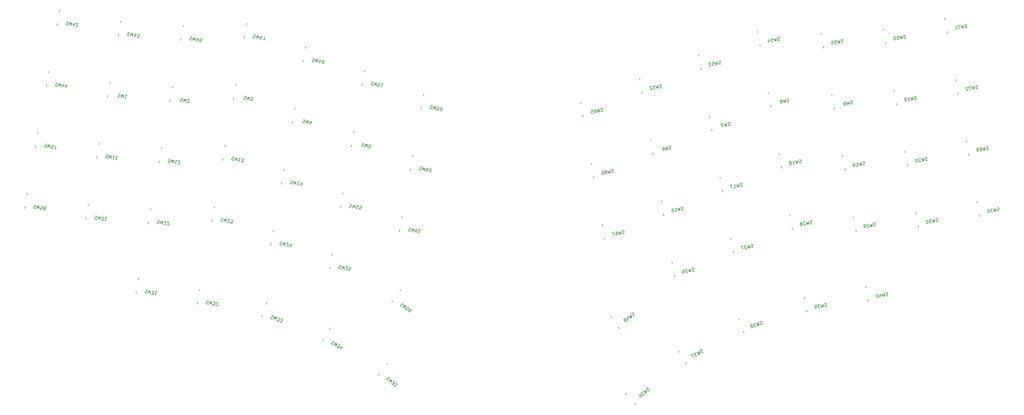
<source format=gbr>
%TF.GenerationSoftware,KiCad,Pcbnew,(6.0.5)*%
%TF.CreationDate,2022-11-14T00:40:42-08:00*%
%TF.ProjectId,po-modular-evq,706f2d6d-6f64-4756-9c61-722d6576712e,rev?*%
%TF.SameCoordinates,Original*%
%TF.FileFunction,Legend,Bot*%
%TF.FilePolarity,Positive*%
%FSLAX46Y46*%
G04 Gerber Fmt 4.6, Leading zero omitted, Abs format (unit mm)*
G04 Created by KiCad (PCBNEW (6.0.5)) date 2022-11-14 00:40:42*
%MOMM*%
%LPD*%
G01*
G04 APERTURE LIST*
%ADD10C,0.150000*%
G04 APERTURE END LIST*
D10*
%TO.C,SW2*%
X122147817Y-128559210D02*
X122296772Y-128537121D01*
X122531250Y-128578466D01*
X122616773Y-128641900D01*
X122655399Y-128697064D01*
X122685757Y-128799124D01*
X122669219Y-128892916D01*
X122605786Y-128978438D01*
X122550621Y-129017064D01*
X122448561Y-129047422D01*
X122252709Y-129061242D01*
X122150649Y-129091600D01*
X122095485Y-129130226D01*
X122032051Y-129215748D01*
X122015513Y-129309540D01*
X122045871Y-129411600D01*
X122084498Y-129466764D01*
X122170020Y-129530198D01*
X122404498Y-129571543D01*
X122553454Y-129549454D01*
X122873454Y-129654232D02*
X123281580Y-128710769D01*
X123345128Y-129447279D01*
X123656745Y-128776921D01*
X123717575Y-129803074D01*
X124062382Y-129767165D02*
X124101009Y-129822330D01*
X124186531Y-129885763D01*
X124421009Y-129927108D01*
X124523069Y-129896750D01*
X124578234Y-129858124D01*
X124641667Y-129772601D01*
X124658205Y-129678810D01*
X124636116Y-129529854D01*
X124172597Y-128867880D01*
X124782240Y-128975376D01*
%TO.C,SW3*%
X141553755Y-127919296D02*
X141702710Y-127897207D01*
X141937188Y-127938552D01*
X142022711Y-128001986D01*
X142061337Y-128057150D01*
X142091695Y-128159210D01*
X142075157Y-128253002D01*
X142011724Y-128338524D01*
X141956559Y-128377150D01*
X141854499Y-128407508D01*
X141658647Y-128421328D01*
X141556587Y-128451686D01*
X141501423Y-128490312D01*
X141437989Y-128575834D01*
X141421451Y-128669626D01*
X141451809Y-128771686D01*
X141490436Y-128826850D01*
X141575958Y-128890284D01*
X141810436Y-128931629D01*
X141959392Y-128909540D01*
X142279392Y-129014318D02*
X142687518Y-128070855D01*
X142751066Y-128807365D01*
X143062683Y-128137007D01*
X143123513Y-129163160D01*
X143404887Y-129212773D02*
X144014529Y-129320270D01*
X143752412Y-128887222D01*
X143893099Y-128912029D01*
X143995159Y-128881672D01*
X144050323Y-128843045D01*
X144113757Y-128757523D01*
X144155102Y-128523045D01*
X144124744Y-128420984D01*
X144086117Y-128365820D01*
X144000595Y-128302386D01*
X143719222Y-128252773D01*
X143617161Y-128283130D01*
X143561997Y-128321757D01*
%TO.C,SW4*%
X159570507Y-135157837D02*
X159719462Y-135135748D01*
X159953940Y-135177093D01*
X160039463Y-135240527D01*
X160078089Y-135295691D01*
X160108447Y-135397751D01*
X160091909Y-135491543D01*
X160028476Y-135577065D01*
X159973311Y-135615691D01*
X159871251Y-135646049D01*
X159675399Y-135659869D01*
X159573339Y-135690227D01*
X159518175Y-135728853D01*
X159454741Y-135814375D01*
X159438203Y-135908167D01*
X159468561Y-136010227D01*
X159507188Y-136065391D01*
X159592710Y-136128825D01*
X159827188Y-136170170D01*
X159976144Y-136148081D01*
X160296144Y-136252859D02*
X160704270Y-135309396D01*
X160767818Y-136045906D01*
X161079435Y-135375548D01*
X161140265Y-136401701D01*
X161995373Y-136214004D02*
X162111138Y-135557465D01*
X161694743Y-136547824D02*
X161584300Y-135803045D01*
X162193943Y-135910541D01*
%TO.C,SW5*%
X177587262Y-142396382D02*
X177736217Y-142374293D01*
X177970695Y-142415638D01*
X178056218Y-142479072D01*
X178094844Y-142534236D01*
X178125202Y-142636296D01*
X178108664Y-142730088D01*
X178045231Y-142815610D01*
X177990066Y-142854236D01*
X177888006Y-142884594D01*
X177692154Y-142898414D01*
X177590094Y-142928772D01*
X177534930Y-142967398D01*
X177471496Y-143052920D01*
X177454958Y-143146712D01*
X177485316Y-143248772D01*
X177523943Y-143303936D01*
X177609465Y-143367370D01*
X177843943Y-143408715D01*
X177992899Y-143386626D01*
X178312899Y-143491404D02*
X178721025Y-142547941D01*
X178784573Y-143284451D01*
X179096190Y-142614093D01*
X179157020Y-143640246D01*
X180001141Y-143789087D02*
X179532185Y-143706397D01*
X179567979Y-143229172D01*
X179606605Y-143284337D01*
X179692128Y-143347770D01*
X179926606Y-143389115D01*
X180028666Y-143358758D01*
X180083830Y-143320131D01*
X180147264Y-143234609D01*
X180188609Y-143000131D01*
X180158251Y-142898070D01*
X180119624Y-142842906D01*
X180034102Y-142779472D01*
X179799624Y-142738127D01*
X179697564Y-142768485D01*
X179642399Y-142807112D01*
%TO.C,SW6*%
X271982028Y-144071536D02*
X271849610Y-144143239D01*
X271615132Y-144184584D01*
X271513072Y-144154226D01*
X271457907Y-144115599D01*
X271394474Y-144030077D01*
X271377936Y-143936286D01*
X271408293Y-143834226D01*
X271446920Y-143779061D01*
X271532442Y-143715627D01*
X271711756Y-143635656D01*
X271797278Y-143572222D01*
X271835905Y-143517058D01*
X271866262Y-143414998D01*
X271849724Y-143321207D01*
X271786291Y-143235684D01*
X271731126Y-143197058D01*
X271629066Y-143166700D01*
X271394588Y-143208045D01*
X271262170Y-143279747D01*
X270925632Y-143290734D02*
X270864802Y-144316887D01*
X270553185Y-143646529D01*
X270489637Y-144383039D01*
X270081511Y-143439576D01*
X269284286Y-143580148D02*
X269471868Y-143547072D01*
X269573928Y-143577430D01*
X269629093Y-143616056D01*
X269747691Y-143740205D01*
X269827662Y-143919519D01*
X269893814Y-144294684D01*
X269863456Y-144396744D01*
X269824830Y-144451908D01*
X269739307Y-144515342D01*
X269551725Y-144548418D01*
X269449665Y-144518060D01*
X269394500Y-144479433D01*
X269331067Y-144393911D01*
X269289722Y-144159433D01*
X269320080Y-144057373D01*
X269358706Y-144002208D01*
X269444229Y-143938775D01*
X269631811Y-143905699D01*
X269733871Y-143936057D01*
X269789036Y-143974683D01*
X269852469Y-144060206D01*
%TO.C,SW7*%
X289998791Y-136832996D02*
X289866373Y-136904699D01*
X289631895Y-136946044D01*
X289529835Y-136915686D01*
X289474670Y-136877059D01*
X289411237Y-136791537D01*
X289394699Y-136697746D01*
X289425056Y-136595686D01*
X289463683Y-136540521D01*
X289549205Y-136477087D01*
X289728519Y-136397116D01*
X289814041Y-136333682D01*
X289852668Y-136278518D01*
X289883025Y-136176458D01*
X289866487Y-136082667D01*
X289803054Y-135997144D01*
X289747889Y-135958518D01*
X289645829Y-135928160D01*
X289411351Y-135969505D01*
X289278933Y-136041207D01*
X288942395Y-136052194D02*
X288881565Y-137078347D01*
X288569948Y-136407989D01*
X288506400Y-137144499D01*
X288098274Y-136201036D01*
X287816900Y-136250649D02*
X287160362Y-136366415D01*
X287756070Y-137276802D01*
%TO.C,SW8*%
X308015550Y-129594449D02*
X307883132Y-129666152D01*
X307648654Y-129707497D01*
X307546594Y-129677139D01*
X307491429Y-129638512D01*
X307427996Y-129552990D01*
X307411458Y-129459199D01*
X307441815Y-129357139D01*
X307480442Y-129301974D01*
X307565964Y-129238540D01*
X307745278Y-129158569D01*
X307830800Y-129095135D01*
X307869427Y-129039971D01*
X307899784Y-128937911D01*
X307883246Y-128844120D01*
X307819813Y-128758597D01*
X307764648Y-128719971D01*
X307662588Y-128689613D01*
X307428110Y-128730958D01*
X307295692Y-128802660D01*
X306959154Y-128813647D02*
X306898324Y-129839800D01*
X306586707Y-129169442D01*
X306523159Y-129905952D01*
X306115033Y-128962489D01*
X305673602Y-129475508D02*
X305759124Y-129412074D01*
X305797751Y-129356910D01*
X305828109Y-129254849D01*
X305819840Y-129207954D01*
X305756406Y-129122432D01*
X305701241Y-129083805D01*
X305599181Y-129053447D01*
X305411599Y-129086523D01*
X305326077Y-129149957D01*
X305287450Y-129205121D01*
X305257092Y-129307181D01*
X305265361Y-129354077D01*
X305328795Y-129439599D01*
X305383959Y-129478226D01*
X305486020Y-129508584D01*
X305673602Y-129475508D01*
X305775662Y-129505865D01*
X305830827Y-129544492D01*
X305894260Y-129630014D01*
X305927336Y-129817597D01*
X305896978Y-129919657D01*
X305858352Y-129974821D01*
X305772829Y-130038255D01*
X305585247Y-130071331D01*
X305483187Y-130040973D01*
X305428022Y-130002346D01*
X305364589Y-129916824D01*
X305331513Y-129729242D01*
X305361871Y-129627182D01*
X305400497Y-129572017D01*
X305486020Y-129508584D01*
%TO.C,SW9*%
X327421482Y-130234366D02*
X327289064Y-130306069D01*
X327054586Y-130347414D01*
X326952526Y-130317056D01*
X326897361Y-130278429D01*
X326833928Y-130192907D01*
X326817390Y-130099116D01*
X326847747Y-129997056D01*
X326886374Y-129941891D01*
X326971896Y-129878457D01*
X327151210Y-129798486D01*
X327236732Y-129735052D01*
X327275359Y-129679888D01*
X327305716Y-129577828D01*
X327289178Y-129484037D01*
X327225745Y-129398514D01*
X327170580Y-129359888D01*
X327068520Y-129329530D01*
X326834042Y-129370875D01*
X326701624Y-129442577D01*
X326365086Y-129453564D02*
X326304256Y-130479717D01*
X325992639Y-129809359D01*
X325929091Y-130545869D01*
X325520965Y-129602406D01*
X325272553Y-130661634D02*
X325084970Y-130694710D01*
X324982910Y-130664352D01*
X324927746Y-130625726D01*
X324809147Y-130501577D01*
X324729176Y-130322263D01*
X324663024Y-129947098D01*
X324693382Y-129845038D01*
X324732009Y-129789874D01*
X324817531Y-129726440D01*
X325005113Y-129693364D01*
X325107173Y-129723722D01*
X325162338Y-129762349D01*
X325225772Y-129847871D01*
X325267116Y-130082349D01*
X325236759Y-130184409D01*
X325198132Y-130239574D01*
X325112610Y-130303007D01*
X324925027Y-130336083D01*
X324822967Y-130305725D01*
X324767803Y-130267099D01*
X324704369Y-130181576D01*
%TO.C,SW10*%
X346949084Y-128821979D02*
X346816666Y-128893681D01*
X346582188Y-128935026D01*
X346480128Y-128904668D01*
X346424963Y-128866042D01*
X346361530Y-128780519D01*
X346344992Y-128686728D01*
X346375349Y-128584668D01*
X346413976Y-128529503D01*
X346499498Y-128466070D01*
X346678812Y-128386098D01*
X346764334Y-128322665D01*
X346802961Y-128267500D01*
X346833318Y-128165440D01*
X346816780Y-128071649D01*
X346753347Y-127986127D01*
X346698182Y-127947500D01*
X346596122Y-127917142D01*
X346361644Y-127958487D01*
X346229226Y-128030190D01*
X345892688Y-128041177D02*
X345831858Y-129067329D01*
X345520241Y-128396971D01*
X345456693Y-129133481D01*
X345048567Y-128190018D01*
X344331199Y-129331936D02*
X344893946Y-129232709D01*
X344612572Y-129282322D02*
X344438924Y-128297515D01*
X344557522Y-128421663D01*
X344667851Y-128498917D01*
X344769912Y-128529274D01*
X343547908Y-128454625D02*
X343454116Y-128471163D01*
X343368594Y-128534596D01*
X343329968Y-128589761D01*
X343299610Y-128691821D01*
X343285790Y-128887672D01*
X343327135Y-129122150D01*
X343407106Y-129301464D01*
X343470540Y-129386986D01*
X343525704Y-129425613D01*
X343627765Y-129455970D01*
X343721556Y-129439433D01*
X343807078Y-129375999D01*
X343845705Y-129320834D01*
X343876062Y-129218774D01*
X343889882Y-129022923D01*
X343848537Y-128788445D01*
X343768566Y-128609131D01*
X343705132Y-128523609D01*
X343649968Y-128484982D01*
X343547908Y-128454625D01*
%TO.C,SW11*%
X99320901Y-145858159D02*
X99469856Y-145836071D01*
X99704334Y-145877415D01*
X99789857Y-145940849D01*
X99828483Y-145996014D01*
X99858841Y-146098074D01*
X99842303Y-146191865D01*
X99778870Y-146277387D01*
X99723705Y-146316014D01*
X99621645Y-146346371D01*
X99425793Y-146360191D01*
X99323733Y-146390549D01*
X99268569Y-146429176D01*
X99205135Y-146514698D01*
X99188597Y-146608489D01*
X99218955Y-146710549D01*
X99257582Y-146765714D01*
X99343104Y-146829147D01*
X99577582Y-146870492D01*
X99726538Y-146848403D01*
X100046538Y-146953182D02*
X100454664Y-146009719D01*
X100518212Y-146746229D01*
X100829829Y-146075870D01*
X100890659Y-147102023D01*
X101955324Y-146274326D02*
X101392576Y-146175098D01*
X101673950Y-146224712D02*
X101500302Y-147209520D01*
X101431317Y-147052295D01*
X101354064Y-146941966D01*
X101268542Y-146878532D01*
X102893236Y-146439705D02*
X102330488Y-146340477D01*
X102611862Y-146390091D02*
X102438214Y-147374899D01*
X102369230Y-147217674D01*
X102291976Y-147107345D01*
X102206454Y-147043911D01*
%TO.C,SW12*%
X118379543Y-147187859D02*
X118528498Y-147165771D01*
X118762976Y-147207115D01*
X118848499Y-147270549D01*
X118887125Y-147325714D01*
X118917483Y-147427774D01*
X118900945Y-147521565D01*
X118837512Y-147607087D01*
X118782347Y-147645714D01*
X118680287Y-147676071D01*
X118484435Y-147689891D01*
X118382375Y-147720249D01*
X118327211Y-147758876D01*
X118263777Y-147844398D01*
X118247239Y-147938189D01*
X118277597Y-148040249D01*
X118316224Y-148095414D01*
X118401746Y-148158847D01*
X118636224Y-148200192D01*
X118785180Y-148178103D01*
X119105180Y-148282882D02*
X119513306Y-147339419D01*
X119576854Y-148075929D01*
X119888471Y-147405570D01*
X119949301Y-148431723D01*
X121013966Y-147604026D02*
X120451218Y-147504798D01*
X120732592Y-147554412D02*
X120558944Y-148539220D01*
X120489959Y-148381995D01*
X120412706Y-148271666D01*
X120327184Y-148208232D01*
X121232020Y-148561194D02*
X121270647Y-148616358D01*
X121356169Y-148679792D01*
X121590647Y-148721137D01*
X121692707Y-148690779D01*
X121747872Y-148652152D01*
X121811305Y-148566630D01*
X121827843Y-148472839D01*
X121805755Y-148323883D01*
X121342235Y-147661908D01*
X121951878Y-147769405D01*
%TO.C,SW13*%
X137785486Y-146547946D02*
X137934441Y-146525858D01*
X138168919Y-146567202D01*
X138254442Y-146630636D01*
X138293068Y-146685801D01*
X138323426Y-146787861D01*
X138306888Y-146881652D01*
X138243455Y-146967174D01*
X138188290Y-147005801D01*
X138086230Y-147036158D01*
X137890378Y-147049978D01*
X137788318Y-147080336D01*
X137733154Y-147118963D01*
X137669720Y-147204485D01*
X137653182Y-147298276D01*
X137683540Y-147400336D01*
X137722167Y-147455501D01*
X137807689Y-147518934D01*
X138042167Y-147560279D01*
X138191123Y-147538190D01*
X138511123Y-147642969D02*
X138919249Y-146699506D01*
X138982797Y-147436016D01*
X139294414Y-146765657D01*
X139355244Y-147791810D01*
X140419909Y-146964113D02*
X139857161Y-146864885D01*
X140138535Y-146914499D02*
X139964887Y-147899307D01*
X139895902Y-147742082D01*
X139818649Y-147631753D01*
X139733127Y-147568319D01*
X140574530Y-148006803D02*
X141184173Y-148114299D01*
X140922055Y-147681252D01*
X141062742Y-147706059D01*
X141164802Y-147675701D01*
X141219967Y-147637074D01*
X141283400Y-147551552D01*
X141324745Y-147317074D01*
X141294387Y-147215014D01*
X141255761Y-147159849D01*
X141170238Y-147096416D01*
X140888865Y-147046802D01*
X140786804Y-147077160D01*
X140731640Y-147115786D01*
%TO.C,SW14*%
X155802237Y-153786497D02*
X155951192Y-153764409D01*
X156185670Y-153805753D01*
X156271193Y-153869187D01*
X156309819Y-153924352D01*
X156340177Y-154026412D01*
X156323639Y-154120203D01*
X156260206Y-154205725D01*
X156205041Y-154244352D01*
X156102981Y-154274709D01*
X155907129Y-154288529D01*
X155805069Y-154318887D01*
X155749905Y-154357514D01*
X155686471Y-154443036D01*
X155669933Y-154536827D01*
X155700291Y-154638887D01*
X155738918Y-154694052D01*
X155824440Y-154757485D01*
X156058918Y-154798830D01*
X156207874Y-154776741D01*
X156527874Y-154881520D02*
X156936000Y-153938057D01*
X156999548Y-154674567D01*
X157311165Y-154004208D01*
X157371995Y-155030361D01*
X158436660Y-154202664D02*
X157873912Y-154103436D01*
X158155286Y-154153050D02*
X157981638Y-155137858D01*
X157912653Y-154980633D01*
X157835400Y-154870304D01*
X157749878Y-154806870D01*
X159165015Y-155008043D02*
X159280780Y-154351505D01*
X158864385Y-155341863D02*
X158753942Y-154597084D01*
X159363585Y-154704581D01*
%TO.C,SW15*%
X173818995Y-161025049D02*
X173967950Y-161002961D01*
X174202428Y-161044305D01*
X174287951Y-161107739D01*
X174326577Y-161162904D01*
X174356935Y-161264964D01*
X174340397Y-161358755D01*
X174276964Y-161444277D01*
X174221799Y-161482904D01*
X174119739Y-161513261D01*
X173923887Y-161527081D01*
X173821827Y-161557439D01*
X173766663Y-161596066D01*
X173703229Y-161681588D01*
X173686691Y-161775379D01*
X173717049Y-161877439D01*
X173755676Y-161932604D01*
X173841198Y-161996037D01*
X174075676Y-162037382D01*
X174224632Y-162015293D01*
X174544632Y-162120072D02*
X174952758Y-161176609D01*
X175016306Y-161913119D01*
X175327923Y-161242760D01*
X175388753Y-162268913D01*
X176453418Y-161441216D02*
X175890670Y-161341988D01*
X176172044Y-161391602D02*
X175998396Y-162376410D01*
X175929411Y-162219185D01*
X175852158Y-162108856D01*
X175766636Y-162045422D01*
X177170786Y-162583134D02*
X176701830Y-162500444D01*
X176737624Y-162023219D01*
X176776250Y-162078383D01*
X176861773Y-162141817D01*
X177096251Y-162183162D01*
X177198311Y-162152804D01*
X177253476Y-162114177D01*
X177316909Y-162028655D01*
X177358254Y-161794177D01*
X177327896Y-161692117D01*
X177289270Y-161636952D01*
X177203747Y-161573519D01*
X176969269Y-161532174D01*
X176867209Y-161562532D01*
X176812044Y-161601158D01*
%TO.C,SW16*%
X275750303Y-162700199D02*
X275617885Y-162771901D01*
X275383407Y-162813246D01*
X275281347Y-162782888D01*
X275226182Y-162744262D01*
X275162749Y-162658739D01*
X275146211Y-162564948D01*
X275176568Y-162462888D01*
X275215195Y-162407723D01*
X275300717Y-162344290D01*
X275480031Y-162264318D01*
X275565553Y-162200885D01*
X275604180Y-162145720D01*
X275634537Y-162043660D01*
X275617999Y-161949869D01*
X275554566Y-161864347D01*
X275499401Y-161825720D01*
X275397341Y-161795362D01*
X275162863Y-161836707D01*
X275030445Y-161908410D01*
X274693907Y-161919397D02*
X274633077Y-162945549D01*
X274321460Y-162275191D01*
X274257912Y-163011701D01*
X273849786Y-162068238D01*
X273132418Y-163210156D02*
X273695165Y-163110929D01*
X273413791Y-163160542D02*
X273240143Y-162175735D01*
X273358741Y-162299883D01*
X273469070Y-162377137D01*
X273571131Y-162407494D01*
X272114649Y-162374190D02*
X272302231Y-162341114D01*
X272404291Y-162371471D01*
X272459456Y-162410098D01*
X272578054Y-162534247D01*
X272658025Y-162713560D01*
X272724177Y-163088725D01*
X272693819Y-163190785D01*
X272655193Y-163245950D01*
X272569670Y-163309384D01*
X272382088Y-163342459D01*
X272280028Y-163312102D01*
X272224863Y-163273475D01*
X272161430Y-163187953D01*
X272120085Y-162953475D01*
X272150443Y-162851415D01*
X272189069Y-162796250D01*
X272274591Y-162732817D01*
X272462174Y-162699741D01*
X272564234Y-162730098D01*
X272619399Y-162768725D01*
X272682832Y-162854247D01*
%TO.C,SW17*%
X293767063Y-155461656D02*
X293634645Y-155533358D01*
X293400167Y-155574703D01*
X293298107Y-155544345D01*
X293242942Y-155505719D01*
X293179509Y-155420196D01*
X293162971Y-155326405D01*
X293193328Y-155224345D01*
X293231955Y-155169180D01*
X293317477Y-155105747D01*
X293496791Y-155025775D01*
X293582313Y-154962342D01*
X293620940Y-154907177D01*
X293651297Y-154805117D01*
X293634759Y-154711326D01*
X293571326Y-154625804D01*
X293516161Y-154587177D01*
X293414101Y-154556819D01*
X293179623Y-154598164D01*
X293047205Y-154669867D01*
X292710667Y-154680854D02*
X292649837Y-155707006D01*
X292338220Y-155036648D01*
X292274672Y-155773158D01*
X291866546Y-154829695D01*
X291149178Y-155971613D02*
X291711925Y-155872386D01*
X291430551Y-155921999D02*
X291256903Y-154937192D01*
X291375501Y-155061340D01*
X291485830Y-155138594D01*
X291587891Y-155168951D01*
X290647260Y-155044688D02*
X289990722Y-155160453D01*
X290586430Y-156070841D01*
%TO.C,SW18*%
X311783813Y-148223103D02*
X311651395Y-148294805D01*
X311416917Y-148336150D01*
X311314857Y-148305792D01*
X311259692Y-148267166D01*
X311196259Y-148181643D01*
X311179721Y-148087852D01*
X311210078Y-147985792D01*
X311248705Y-147930627D01*
X311334227Y-147867194D01*
X311513541Y-147787222D01*
X311599063Y-147723789D01*
X311637690Y-147668624D01*
X311668047Y-147566564D01*
X311651509Y-147472773D01*
X311588076Y-147387251D01*
X311532911Y-147348624D01*
X311430851Y-147318266D01*
X311196373Y-147359611D01*
X311063955Y-147431314D01*
X310727417Y-147442301D02*
X310666587Y-148468453D01*
X310354970Y-147798095D01*
X310291422Y-148534605D01*
X309883296Y-147591142D01*
X309165928Y-148733060D02*
X309728675Y-148633833D01*
X309447301Y-148683446D02*
X309273653Y-147698639D01*
X309392251Y-147822787D01*
X309502580Y-147900041D01*
X309604641Y-147930398D01*
X308503953Y-148269540D02*
X308589475Y-148206107D01*
X308628102Y-148150942D01*
X308658459Y-148048882D01*
X308650191Y-148001986D01*
X308586757Y-147916464D01*
X308531592Y-147877838D01*
X308429532Y-147847480D01*
X308241950Y-147880556D01*
X308156428Y-147943989D01*
X308117801Y-147999154D01*
X308087443Y-148101214D01*
X308095712Y-148148110D01*
X308159146Y-148233632D01*
X308214310Y-148272258D01*
X308316370Y-148302616D01*
X308503953Y-148269540D01*
X308606013Y-148299898D01*
X308661178Y-148338525D01*
X308724611Y-148424047D01*
X308757687Y-148611629D01*
X308727329Y-148713689D01*
X308688703Y-148768854D01*
X308603180Y-148832288D01*
X308415598Y-148865363D01*
X308313538Y-148835006D01*
X308258373Y-148796379D01*
X308194940Y-148710857D01*
X308161864Y-148523274D01*
X308192222Y-148421214D01*
X308230848Y-148366050D01*
X308316370Y-148302616D01*
%TO.C,SW19*%
X331189762Y-148863022D02*
X331057344Y-148934724D01*
X330822866Y-148976069D01*
X330720806Y-148945711D01*
X330665641Y-148907085D01*
X330602208Y-148821562D01*
X330585670Y-148727771D01*
X330616027Y-148625711D01*
X330654654Y-148570546D01*
X330740176Y-148507113D01*
X330919490Y-148427141D01*
X331005012Y-148363708D01*
X331043639Y-148308543D01*
X331073996Y-148206483D01*
X331057458Y-148112692D01*
X330994025Y-148027170D01*
X330938860Y-147988543D01*
X330836800Y-147958185D01*
X330602322Y-147999530D01*
X330469904Y-148071233D01*
X330133366Y-148082220D02*
X330072536Y-149108372D01*
X329760919Y-148438014D01*
X329697371Y-149174524D01*
X329289245Y-148231061D01*
X328571877Y-149372979D02*
X329134624Y-149273752D01*
X328853250Y-149323365D02*
X328679602Y-148338558D01*
X328798200Y-148462706D01*
X328908529Y-148539960D01*
X329010590Y-148570317D01*
X328102921Y-149455669D02*
X327915338Y-149488745D01*
X327813278Y-149458387D01*
X327758113Y-149419760D01*
X327639515Y-149295611D01*
X327559544Y-149116298D01*
X327493392Y-148741133D01*
X327523750Y-148639073D01*
X327562377Y-148583908D01*
X327647899Y-148520475D01*
X327835481Y-148487399D01*
X327937541Y-148517757D01*
X327992706Y-148556383D01*
X328056140Y-148641905D01*
X328097484Y-148876383D01*
X328067127Y-148978444D01*
X328028500Y-149033608D01*
X327942978Y-149097042D01*
X327755395Y-149130118D01*
X327653335Y-149099760D01*
X327598171Y-149061133D01*
X327534737Y-148975611D01*
%TO.C,SW20*%
X350248396Y-147533322D02*
X350115978Y-147605024D01*
X349881500Y-147646369D01*
X349779440Y-147616011D01*
X349724275Y-147577385D01*
X349660842Y-147491862D01*
X349644304Y-147398071D01*
X349674661Y-147296011D01*
X349713288Y-147240846D01*
X349798810Y-147177413D01*
X349978124Y-147097441D01*
X350063646Y-147034008D01*
X350102273Y-146978843D01*
X350132630Y-146876783D01*
X350116092Y-146782992D01*
X350052659Y-146697470D01*
X349997494Y-146658843D01*
X349895434Y-146628485D01*
X349660956Y-146669830D01*
X349528538Y-146741533D01*
X349192000Y-146752520D02*
X349131170Y-147778672D01*
X348819553Y-147108314D01*
X348756005Y-147844824D01*
X348347879Y-146901361D01*
X348036148Y-147053035D02*
X347980983Y-147014408D01*
X347878923Y-146984051D01*
X347644445Y-147025395D01*
X347558923Y-147088829D01*
X347520296Y-147143994D01*
X347489938Y-147246054D01*
X347506476Y-147339845D01*
X347578179Y-147472263D01*
X348240154Y-147935783D01*
X347630511Y-148043279D01*
X346847220Y-147165968D02*
X346753428Y-147182506D01*
X346667906Y-147245939D01*
X346629280Y-147301104D01*
X346598922Y-147403164D01*
X346585102Y-147599015D01*
X346626447Y-147833493D01*
X346706418Y-148012807D01*
X346769852Y-148098329D01*
X346825016Y-148136956D01*
X346927077Y-148167313D01*
X347020868Y-148150776D01*
X347106390Y-148087342D01*
X347145017Y-148032177D01*
X347175374Y-147930117D01*
X347189194Y-147734266D01*
X347147849Y-147499788D01*
X347067878Y-147320474D01*
X347004444Y-147234952D01*
X346949280Y-147196325D01*
X346847220Y-147165968D01*
%TO.C,SW21*%
X96021581Y-164569510D02*
X96170536Y-164547422D01*
X96405014Y-164588766D01*
X96490537Y-164652200D01*
X96529163Y-164707365D01*
X96559521Y-164809425D01*
X96542983Y-164903216D01*
X96479550Y-164988738D01*
X96424385Y-165027365D01*
X96322325Y-165057722D01*
X96126473Y-165071542D01*
X96024413Y-165101900D01*
X95969249Y-165140527D01*
X95905815Y-165226049D01*
X95889277Y-165319840D01*
X95919635Y-165421900D01*
X95958262Y-165477065D01*
X96043784Y-165540498D01*
X96278262Y-165581843D01*
X96427218Y-165559754D01*
X96747218Y-165664533D02*
X97155344Y-164721070D01*
X97218892Y-165457580D01*
X97530509Y-164787221D01*
X97591339Y-165813374D01*
X97936146Y-165777466D02*
X97974773Y-165832630D01*
X98060295Y-165896064D01*
X98294773Y-165937408D01*
X98396833Y-165907051D01*
X98451998Y-165868424D01*
X98515431Y-165782902D01*
X98531969Y-165689111D01*
X98509880Y-165540155D01*
X98046361Y-164878180D01*
X98656004Y-164985677D01*
X99593916Y-165151056D02*
X99031168Y-165051828D01*
X99312542Y-165101442D02*
X99138894Y-166086250D01*
X99069910Y-165929025D01*
X98992656Y-165818696D01*
X98907134Y-165755262D01*
%TO.C,SW22*%
X115080231Y-165899210D02*
X115229186Y-165877122D01*
X115463664Y-165918466D01*
X115549187Y-165981900D01*
X115587813Y-166037065D01*
X115618171Y-166139125D01*
X115601633Y-166232916D01*
X115538200Y-166318438D01*
X115483035Y-166357065D01*
X115380975Y-166387422D01*
X115185123Y-166401242D01*
X115083063Y-166431600D01*
X115027899Y-166470227D01*
X114964465Y-166555749D01*
X114947927Y-166649540D01*
X114978285Y-166751600D01*
X115016912Y-166806765D01*
X115102434Y-166870198D01*
X115336912Y-166911543D01*
X115485868Y-166889454D01*
X115805868Y-166994233D02*
X116213994Y-166050770D01*
X116277542Y-166787280D01*
X116589159Y-166116921D01*
X116649989Y-167143074D01*
X116994796Y-167107166D02*
X117033423Y-167162330D01*
X117118945Y-167225764D01*
X117353423Y-167267108D01*
X117455483Y-167236751D01*
X117510648Y-167198124D01*
X117574081Y-167112602D01*
X117590619Y-167018811D01*
X117568530Y-166869855D01*
X117105011Y-166207880D01*
X117714654Y-166315377D01*
X117932708Y-167272545D02*
X117971335Y-167327709D01*
X118056857Y-167391143D01*
X118291335Y-167432488D01*
X118393395Y-167402130D01*
X118448560Y-167363503D01*
X118511993Y-167277981D01*
X118528531Y-167184190D01*
X118506443Y-167035234D01*
X118042923Y-166373259D01*
X118652566Y-166480756D01*
%TO.C,SW23*%
X134486169Y-165259289D02*
X134635124Y-165237201D01*
X134869602Y-165278545D01*
X134955125Y-165341979D01*
X134993751Y-165397144D01*
X135024109Y-165499204D01*
X135007571Y-165592995D01*
X134944138Y-165678517D01*
X134888973Y-165717144D01*
X134786913Y-165747501D01*
X134591061Y-165761321D01*
X134489001Y-165791679D01*
X134433837Y-165830306D01*
X134370403Y-165915828D01*
X134353865Y-166009619D01*
X134384223Y-166111679D01*
X134422850Y-166166844D01*
X134508372Y-166230277D01*
X134742850Y-166271622D01*
X134891806Y-166249533D01*
X135211806Y-166354312D02*
X135619932Y-165410849D01*
X135683480Y-166147359D01*
X135995097Y-165477000D01*
X136055927Y-166503153D01*
X136400734Y-166467245D02*
X136439361Y-166522409D01*
X136524883Y-166585843D01*
X136759361Y-166627187D01*
X136861421Y-166596830D01*
X136916586Y-166558203D01*
X136980019Y-166472681D01*
X136996557Y-166378890D01*
X136974468Y-166229934D01*
X136510949Y-165567959D01*
X137120592Y-165675456D01*
X137275213Y-166718146D02*
X137884856Y-166825642D01*
X137622738Y-166392595D01*
X137763425Y-166417402D01*
X137865485Y-166387044D01*
X137920650Y-166348417D01*
X137984083Y-166262895D01*
X138025428Y-166028417D01*
X137995070Y-165926357D01*
X137956444Y-165871192D01*
X137870921Y-165807759D01*
X137589548Y-165758145D01*
X137487487Y-165788503D01*
X137432323Y-165827129D01*
%TO.C,SW24*%
X152502921Y-172497835D02*
X152651876Y-172475747D01*
X152886354Y-172517091D01*
X152971877Y-172580525D01*
X153010503Y-172635690D01*
X153040861Y-172737750D01*
X153024323Y-172831541D01*
X152960890Y-172917063D01*
X152905725Y-172955690D01*
X152803665Y-172986047D01*
X152607813Y-172999867D01*
X152505753Y-173030225D01*
X152450589Y-173068852D01*
X152387155Y-173154374D01*
X152370617Y-173248165D01*
X152400975Y-173350225D01*
X152439602Y-173405390D01*
X152525124Y-173468823D01*
X152759602Y-173510168D01*
X152908558Y-173488079D01*
X153228558Y-173592858D02*
X153636684Y-172649395D01*
X153700232Y-173385905D01*
X154011849Y-172715546D01*
X154072679Y-173741699D01*
X154417486Y-173705791D02*
X154456113Y-173760955D01*
X154541635Y-173824389D01*
X154776113Y-173865733D01*
X154878173Y-173835376D01*
X154933338Y-173796749D01*
X154996771Y-173711227D01*
X155013309Y-173617436D01*
X154991220Y-173468480D01*
X154527701Y-172806505D01*
X155137344Y-172914002D01*
X155865699Y-173719381D02*
X155981464Y-173062843D01*
X155565069Y-174053201D02*
X155454626Y-173308422D01*
X156064269Y-173415919D01*
%TO.C,SW25*%
X170519681Y-179736386D02*
X170668636Y-179714298D01*
X170903114Y-179755642D01*
X170988637Y-179819076D01*
X171027263Y-179874241D01*
X171057621Y-179976301D01*
X171041083Y-180070092D01*
X170977650Y-180155614D01*
X170922485Y-180194241D01*
X170820425Y-180224598D01*
X170624573Y-180238418D01*
X170522513Y-180268776D01*
X170467349Y-180307403D01*
X170403915Y-180392925D01*
X170387377Y-180486716D01*
X170417735Y-180588776D01*
X170456362Y-180643941D01*
X170541884Y-180707374D01*
X170776362Y-180748719D01*
X170925318Y-180726630D01*
X171245318Y-180831409D02*
X171653444Y-179887946D01*
X171716992Y-180624456D01*
X172028609Y-179954097D01*
X172089439Y-180980250D01*
X172434246Y-180944342D02*
X172472873Y-180999506D01*
X172558395Y-181062940D01*
X172792873Y-181104284D01*
X172894933Y-181073927D01*
X172950098Y-181035300D01*
X173013531Y-180949778D01*
X173030069Y-180855987D01*
X173007980Y-180707031D01*
X172544461Y-180045056D01*
X173154104Y-180152553D01*
X173871472Y-181294471D02*
X173402516Y-181211781D01*
X173438310Y-180734556D01*
X173476936Y-180789720D01*
X173562459Y-180853154D01*
X173796937Y-180894499D01*
X173898997Y-180864141D01*
X173954162Y-180825514D01*
X174017595Y-180739992D01*
X174058940Y-180505514D01*
X174028582Y-180403454D01*
X173989956Y-180348289D01*
X173904433Y-180284856D01*
X173669955Y-180243511D01*
X173567895Y-180273869D01*
X173512730Y-180312495D01*
%TO.C,SW26*%
X279049629Y-181411549D02*
X278917211Y-181483251D01*
X278682733Y-181524596D01*
X278580673Y-181494238D01*
X278525508Y-181455612D01*
X278462075Y-181370089D01*
X278445537Y-181276298D01*
X278475894Y-181174238D01*
X278514521Y-181119073D01*
X278600043Y-181055640D01*
X278779357Y-180975668D01*
X278864879Y-180912235D01*
X278903506Y-180857070D01*
X278933863Y-180755010D01*
X278917325Y-180661219D01*
X278853892Y-180575697D01*
X278798727Y-180537070D01*
X278696667Y-180506712D01*
X278462189Y-180548057D01*
X278329771Y-180619760D01*
X277993233Y-180630747D02*
X277932403Y-181656899D01*
X277620786Y-180986541D01*
X277557238Y-181723051D01*
X277149112Y-180779588D01*
X276837381Y-180931262D02*
X276782216Y-180892635D01*
X276680156Y-180862278D01*
X276445678Y-180903622D01*
X276360156Y-180967056D01*
X276321529Y-181022221D01*
X276291171Y-181124281D01*
X276307709Y-181218072D01*
X276379412Y-181350490D01*
X277041387Y-181814010D01*
X276431744Y-181921506D01*
X275413975Y-181085540D02*
X275601557Y-181052464D01*
X275703617Y-181082821D01*
X275758782Y-181121448D01*
X275877380Y-181245597D01*
X275957351Y-181424910D01*
X276023503Y-181800075D01*
X275993145Y-181902135D01*
X275954519Y-181957300D01*
X275868996Y-182020734D01*
X275681414Y-182053809D01*
X275579354Y-182023452D01*
X275524189Y-181984825D01*
X275460756Y-181899303D01*
X275419411Y-181664825D01*
X275449769Y-181562765D01*
X275488395Y-181507600D01*
X275573917Y-181444167D01*
X275761500Y-181411091D01*
X275863560Y-181441448D01*
X275918725Y-181480075D01*
X275982158Y-181565597D01*
%TO.C,SW27*%
X297066373Y-174173000D02*
X296933955Y-174244702D01*
X296699477Y-174286047D01*
X296597417Y-174255689D01*
X296542252Y-174217063D01*
X296478819Y-174131540D01*
X296462281Y-174037749D01*
X296492638Y-173935689D01*
X296531265Y-173880524D01*
X296616787Y-173817091D01*
X296796101Y-173737119D01*
X296881623Y-173673686D01*
X296920250Y-173618521D01*
X296950607Y-173516461D01*
X296934069Y-173422670D01*
X296870636Y-173337148D01*
X296815471Y-173298521D01*
X296713411Y-173268163D01*
X296478933Y-173309508D01*
X296346515Y-173381211D01*
X296009977Y-173392198D02*
X295949147Y-174418350D01*
X295637530Y-173747992D01*
X295573982Y-174484502D01*
X295165856Y-173541039D01*
X294854125Y-173692713D02*
X294798960Y-173654086D01*
X294696900Y-173623729D01*
X294462422Y-173665073D01*
X294376900Y-173728507D01*
X294338273Y-173783672D01*
X294307915Y-173885732D01*
X294324453Y-173979523D01*
X294396156Y-174111941D01*
X295058131Y-174575461D01*
X294448488Y-174682957D01*
X293946570Y-173756032D02*
X293290032Y-173871797D01*
X293885740Y-174782185D01*
%TO.C,SW28*%
X315083128Y-166934458D02*
X314950710Y-167006160D01*
X314716232Y-167047505D01*
X314614172Y-167017147D01*
X314559007Y-166978521D01*
X314495574Y-166892998D01*
X314479036Y-166799207D01*
X314509393Y-166697147D01*
X314548020Y-166641982D01*
X314633542Y-166578549D01*
X314812856Y-166498577D01*
X314898378Y-166435144D01*
X314937005Y-166379979D01*
X314967362Y-166277919D01*
X314950824Y-166184128D01*
X314887391Y-166098606D01*
X314832226Y-166059979D01*
X314730166Y-166029621D01*
X314495688Y-166070966D01*
X314363270Y-166142669D01*
X314026732Y-166153656D02*
X313965902Y-167179808D01*
X313654285Y-166509450D01*
X313590737Y-167245960D01*
X313182611Y-166302497D01*
X312870880Y-166454171D02*
X312815715Y-166415544D01*
X312713655Y-166385187D01*
X312479177Y-166426531D01*
X312393655Y-166489965D01*
X312355028Y-166545130D01*
X312324670Y-166647190D01*
X312341208Y-166740981D01*
X312412911Y-166873399D01*
X313074886Y-167336919D01*
X312465243Y-167444415D01*
X311803268Y-166980895D02*
X311888790Y-166917462D01*
X311927417Y-166862297D01*
X311957774Y-166760237D01*
X311949506Y-166713341D01*
X311886072Y-166627819D01*
X311830907Y-166589193D01*
X311728847Y-166558835D01*
X311541265Y-166591911D01*
X311455743Y-166655344D01*
X311417116Y-166710509D01*
X311386758Y-166812569D01*
X311395027Y-166859465D01*
X311458461Y-166944987D01*
X311513625Y-166983613D01*
X311615685Y-167013971D01*
X311803268Y-166980895D01*
X311905328Y-167011253D01*
X311960493Y-167049880D01*
X312023926Y-167135402D01*
X312057002Y-167322984D01*
X312026644Y-167425044D01*
X311988018Y-167480209D01*
X311902495Y-167543643D01*
X311714913Y-167576718D01*
X311612853Y-167546361D01*
X311557688Y-167507734D01*
X311494255Y-167422212D01*
X311461179Y-167234629D01*
X311491537Y-167132569D01*
X311530163Y-167077405D01*
X311615685Y-167013971D01*
%TO.C,SW29*%
X334489072Y-167574370D02*
X334356654Y-167646072D01*
X334122176Y-167687417D01*
X334020116Y-167657059D01*
X333964951Y-167618433D01*
X333901518Y-167532910D01*
X333884980Y-167439119D01*
X333915337Y-167337059D01*
X333953964Y-167281894D01*
X334039486Y-167218461D01*
X334218800Y-167138489D01*
X334304322Y-167075056D01*
X334342949Y-167019891D01*
X334373306Y-166917831D01*
X334356768Y-166824040D01*
X334293335Y-166738518D01*
X334238170Y-166699891D01*
X334136110Y-166669533D01*
X333901632Y-166710878D01*
X333769214Y-166782581D01*
X333432676Y-166793568D02*
X333371846Y-167819720D01*
X333060229Y-167149362D01*
X332996681Y-167885872D01*
X332588555Y-166942409D01*
X332276824Y-167094083D02*
X332221659Y-167055456D01*
X332119599Y-167025099D01*
X331885121Y-167066443D01*
X331799599Y-167129877D01*
X331760972Y-167185042D01*
X331730614Y-167287102D01*
X331747152Y-167380893D01*
X331818855Y-167513311D01*
X332480830Y-167976831D01*
X331871187Y-168084327D01*
X331402231Y-168167017D02*
X331214648Y-168200093D01*
X331112588Y-168169735D01*
X331057423Y-168131108D01*
X330938825Y-168006959D01*
X330858854Y-167827646D01*
X330792702Y-167452481D01*
X330823060Y-167350421D01*
X330861687Y-167295256D01*
X330947209Y-167231823D01*
X331134791Y-167198747D01*
X331236851Y-167229105D01*
X331292016Y-167267731D01*
X331355450Y-167353253D01*
X331396794Y-167587731D01*
X331366437Y-167689792D01*
X331327810Y-167744956D01*
X331242288Y-167808390D01*
X331054705Y-167841466D01*
X330952645Y-167811108D01*
X330897481Y-167772481D01*
X330834047Y-167686959D01*
%TO.C,SW30*%
X353547709Y-166244668D02*
X353415291Y-166316370D01*
X353180813Y-166357715D01*
X353078753Y-166327357D01*
X353023588Y-166288731D01*
X352960155Y-166203208D01*
X352943617Y-166109417D01*
X352973974Y-166007357D01*
X353012601Y-165952192D01*
X353098123Y-165888759D01*
X353277437Y-165808787D01*
X353362959Y-165745354D01*
X353401586Y-165690189D01*
X353431943Y-165588129D01*
X353415405Y-165494338D01*
X353351972Y-165408816D01*
X353296807Y-165370189D01*
X353194747Y-165339831D01*
X352960269Y-165381176D01*
X352827851Y-165452879D01*
X352491313Y-165463866D02*
X352430483Y-166490018D01*
X352118866Y-165819660D01*
X352055318Y-166556170D01*
X351647192Y-165612707D01*
X351365818Y-165662321D02*
X350756176Y-165769817D01*
X351150596Y-166087099D01*
X351009910Y-166111906D01*
X350924387Y-166175340D01*
X350885761Y-166230504D01*
X350855403Y-166332565D01*
X350896748Y-166567043D01*
X350960181Y-166652565D01*
X351015346Y-166691192D01*
X351117406Y-166721549D01*
X351398780Y-166671935D01*
X351484302Y-166608502D01*
X351522929Y-166553337D01*
X350146533Y-165877314D02*
X350052741Y-165893852D01*
X349967219Y-165957285D01*
X349928593Y-166012450D01*
X349898235Y-166114510D01*
X349884415Y-166310361D01*
X349925760Y-166544839D01*
X350005731Y-166724153D01*
X350069165Y-166809675D01*
X350124329Y-166848302D01*
X350226390Y-166878659D01*
X350320181Y-166862122D01*
X350405703Y-166798688D01*
X350444330Y-166743523D01*
X350474687Y-166641463D01*
X350488507Y-166445612D01*
X350447162Y-166211134D01*
X350367191Y-166031820D01*
X350303757Y-165946298D01*
X350248593Y-165907671D01*
X350146533Y-165877314D01*
%TO.C,SW31*%
X111319010Y-187230147D02*
X111467965Y-187208059D01*
X111702443Y-187249403D01*
X111787966Y-187312837D01*
X111826592Y-187368002D01*
X111856950Y-187470062D01*
X111840412Y-187563853D01*
X111776979Y-187649375D01*
X111721814Y-187688002D01*
X111619754Y-187718359D01*
X111423902Y-187732179D01*
X111321842Y-187762537D01*
X111266678Y-187801164D01*
X111203244Y-187886686D01*
X111186706Y-187980477D01*
X111217064Y-188082537D01*
X111255691Y-188137702D01*
X111341213Y-188201135D01*
X111575691Y-188242480D01*
X111724647Y-188220391D01*
X112044647Y-188325170D02*
X112452773Y-187381707D01*
X112516321Y-188118217D01*
X112827938Y-187447858D01*
X112888768Y-188474011D01*
X113170141Y-188523625D02*
X113779784Y-188631121D01*
X113517667Y-188198074D01*
X113658354Y-188222881D01*
X113760414Y-188192523D01*
X113815578Y-188153896D01*
X113879012Y-188068374D01*
X113920357Y-187833896D01*
X113889999Y-187731836D01*
X113851372Y-187676671D01*
X113765850Y-187613238D01*
X113484476Y-187563624D01*
X113382416Y-187593982D01*
X113327252Y-187632608D01*
X114891345Y-187811693D02*
X114328597Y-187712465D01*
X114609971Y-187762079D02*
X114436323Y-188746887D01*
X114367339Y-188589662D01*
X114290085Y-188479333D01*
X114204563Y-188415899D01*
%TO.C,SW32*%
X130030355Y-190529461D02*
X130179310Y-190507373D01*
X130413788Y-190548717D01*
X130499311Y-190612151D01*
X130537937Y-190667316D01*
X130568295Y-190769376D01*
X130551757Y-190863167D01*
X130488324Y-190948689D01*
X130433159Y-190987316D01*
X130331099Y-191017673D01*
X130135247Y-191031493D01*
X130033187Y-191061851D01*
X129978023Y-191100478D01*
X129914589Y-191186000D01*
X129898051Y-191279791D01*
X129928409Y-191381851D01*
X129967036Y-191437016D01*
X130052558Y-191500449D01*
X130287036Y-191541794D01*
X130435992Y-191519705D01*
X130755992Y-191624484D02*
X131164118Y-190681021D01*
X131227666Y-191417531D01*
X131539283Y-190747172D01*
X131600113Y-191773325D01*
X131881486Y-191822939D02*
X132491129Y-191930435D01*
X132229012Y-191497388D01*
X132369699Y-191522195D01*
X132471759Y-191491837D01*
X132526923Y-191453210D01*
X132590357Y-191367688D01*
X132631702Y-191133210D01*
X132601344Y-191031150D01*
X132562717Y-190975985D01*
X132477195Y-190912552D01*
X132195821Y-190862938D01*
X132093761Y-190893296D01*
X132038597Y-190931922D01*
X132882832Y-191902796D02*
X132921459Y-191957960D01*
X133006981Y-192021394D01*
X133241459Y-192062739D01*
X133343519Y-192032381D01*
X133398684Y-191993754D01*
X133462117Y-191908232D01*
X133478655Y-191814441D01*
X133456567Y-191665485D01*
X132993047Y-191003510D01*
X133602690Y-191111007D01*
%TO.C,SW33*%
X149881663Y-195018478D02*
X150032192Y-195022591D01*
X150255928Y-195104024D01*
X150329136Y-195181345D01*
X150357596Y-195242379D01*
X150369770Y-195348160D01*
X150337197Y-195437655D01*
X150259876Y-195510862D01*
X150198842Y-195539323D01*
X150093061Y-195551497D01*
X149897785Y-195531098D01*
X149792004Y-195543271D01*
X149730970Y-195571732D01*
X149653650Y-195644940D01*
X149621076Y-195734434D01*
X149633250Y-195840216D01*
X149661711Y-195901250D01*
X149734919Y-195978570D01*
X149958655Y-196060004D01*
X150109183Y-196064116D01*
X150406128Y-196222870D02*
X150971884Y-195364611D01*
X150906573Y-196100967D01*
X151329862Y-195494904D01*
X151211578Y-196516030D01*
X151480062Y-196613750D02*
X152061777Y-196825477D01*
X151878839Y-196353492D01*
X152013081Y-196402352D01*
X152118862Y-196390178D01*
X152179896Y-196361718D01*
X152257217Y-196288510D01*
X152338650Y-196064774D01*
X152326476Y-195958992D01*
X152298016Y-195897959D01*
X152224808Y-195820638D01*
X151956324Y-195722918D01*
X151850543Y-195735092D01*
X151789509Y-195763552D01*
X152375007Y-196939484D02*
X152956722Y-197151211D01*
X152773784Y-196679226D01*
X152908026Y-196728086D01*
X153013807Y-196715912D01*
X153074841Y-196687451D01*
X153152162Y-196614243D01*
X153233595Y-196390507D01*
X153221421Y-196284726D01*
X153192961Y-196223692D01*
X153119753Y-196146371D01*
X152851269Y-196048651D01*
X152745488Y-196060825D01*
X152684454Y-196089286D01*
%TO.C,SW36*%
X265385898Y-217801035D02*
X265307072Y-217929340D01*
X265124681Y-218082384D01*
X265021115Y-218107124D01*
X264954028Y-218101255D01*
X264856332Y-218058907D01*
X264795114Y-217985950D01*
X264770374Y-217882385D01*
X264776244Y-217815298D01*
X264818591Y-217717601D01*
X264933896Y-217558687D01*
X264976243Y-217460991D01*
X264982113Y-217393904D01*
X264957373Y-217290338D01*
X264896155Y-217217382D01*
X264798459Y-217175034D01*
X264731372Y-217169165D01*
X264627806Y-217193904D01*
X264445415Y-217346949D01*
X264366589Y-217475254D01*
X264080632Y-217653038D02*
X264541028Y-218572127D01*
X263935980Y-218147388D01*
X264249201Y-218816999D01*
X263424022Y-218203999D01*
X263205152Y-218387653D02*
X262730934Y-218785569D01*
X263231154Y-218863133D01*
X263121719Y-218954959D01*
X263079371Y-219052656D01*
X263073502Y-219119743D01*
X263098241Y-219223308D01*
X263251286Y-219405700D01*
X263348982Y-219448048D01*
X263416070Y-219453917D01*
X263519635Y-219429177D01*
X263738505Y-219245524D01*
X263780853Y-219147828D01*
X263786722Y-219080740D01*
X262074325Y-219336530D02*
X262220238Y-219214094D01*
X262323803Y-219189354D01*
X262390891Y-219195224D01*
X262555674Y-219243441D01*
X262714588Y-219358745D01*
X262959460Y-219650571D01*
X262984199Y-219754137D01*
X262978330Y-219821224D01*
X262935982Y-219918920D01*
X262790069Y-220041356D01*
X262686503Y-220066096D01*
X262619416Y-220060226D01*
X262521720Y-220017879D01*
X262368675Y-219835487D01*
X262343936Y-219731922D01*
X262349805Y-219664834D01*
X262392153Y-219567138D01*
X262538066Y-219444702D01*
X262641632Y-219419963D01*
X262708719Y-219425832D01*
X262806415Y-219468180D01*
%TO.C,SW37*%
X281731904Y-206200000D02*
X281631996Y-206312668D01*
X281425799Y-206431715D01*
X281319511Y-206438095D01*
X281254462Y-206420665D01*
X281165604Y-206361996D01*
X281117985Y-206279517D01*
X281111605Y-206173229D01*
X281129035Y-206108180D01*
X281187704Y-206019322D01*
X281328852Y-205882845D01*
X281387521Y-205793986D01*
X281404950Y-205728938D01*
X281398571Y-205622649D01*
X281350952Y-205540171D01*
X281262093Y-205481502D01*
X281197044Y-205464072D01*
X281090756Y-205470452D01*
X280884560Y-205589499D01*
X280784651Y-205702167D01*
X280472167Y-205827595D02*
X280765970Y-206812668D01*
X280243870Y-206289316D01*
X280436056Y-207003144D01*
X279729859Y-206256166D01*
X279482423Y-206399023D02*
X278946312Y-206708547D01*
X279425464Y-206871795D01*
X279301746Y-206943223D01*
X279243077Y-207032082D01*
X279225647Y-207097130D01*
X279232027Y-207203419D01*
X279351074Y-207409615D01*
X279439933Y-207468284D01*
X279504982Y-207485714D01*
X279611270Y-207479334D01*
X279858706Y-207336477D01*
X279917375Y-207247619D01*
X279934804Y-207182570D01*
X278657637Y-206875214D02*
X278080287Y-207208547D01*
X278951441Y-207860287D01*
%TO.C,SW38*%
X299857531Y-197610061D02*
X299739576Y-197703668D01*
X299515840Y-197785101D01*
X299410059Y-197772927D01*
X299349025Y-197744467D01*
X299271704Y-197671259D01*
X299239131Y-197581764D01*
X299251305Y-197475983D01*
X299279765Y-197414949D01*
X299352973Y-197337629D01*
X299515676Y-197227735D01*
X299588883Y-197150414D01*
X299617344Y-197089380D01*
X299629518Y-196983599D01*
X299596945Y-196894104D01*
X299519624Y-196820897D01*
X299458590Y-196792436D01*
X299352809Y-196780262D01*
X299129073Y-196861695D01*
X299011117Y-196955303D01*
X298681600Y-197024562D02*
X298799884Y-198045688D01*
X298376594Y-197439626D01*
X298441906Y-198175982D01*
X297876149Y-197317722D01*
X297607665Y-197415442D02*
X297025951Y-197627169D01*
X297469475Y-197871140D01*
X297335233Y-197920000D01*
X297262026Y-197997321D01*
X297233565Y-198058355D01*
X297221391Y-198164136D01*
X297302824Y-198387873D01*
X297380145Y-198461080D01*
X297441179Y-198489541D01*
X297546960Y-198501715D01*
X297815444Y-198403995D01*
X297888652Y-198326674D01*
X297917112Y-198265640D01*
X296635564Y-198225335D02*
X296708772Y-198148014D01*
X296737232Y-198086980D01*
X296749406Y-197981199D01*
X296733119Y-197936452D01*
X296655799Y-197863244D01*
X296594765Y-197834783D01*
X296488984Y-197822609D01*
X296309995Y-197887756D01*
X296236787Y-197965076D01*
X296208326Y-198026110D01*
X296196152Y-198131892D01*
X296212439Y-198176639D01*
X296289760Y-198249847D01*
X296350794Y-198278307D01*
X296456575Y-198290481D01*
X296635564Y-198225335D01*
X296741345Y-198237508D01*
X296802379Y-198265969D01*
X296879700Y-198339177D01*
X296944846Y-198518166D01*
X296932672Y-198623947D01*
X296904212Y-198684981D01*
X296831004Y-198762302D01*
X296652015Y-198827448D01*
X296546234Y-198815275D01*
X296485200Y-198786814D01*
X296407879Y-198713606D01*
X296342732Y-198534617D01*
X296354906Y-198428836D01*
X296383367Y-198367802D01*
X296456575Y-198290481D01*
%TO.C,SW39*%
X319538942Y-192204626D02*
X319406524Y-192276328D01*
X319172046Y-192317673D01*
X319069986Y-192287315D01*
X319014821Y-192248689D01*
X318951388Y-192163166D01*
X318934850Y-192069375D01*
X318965207Y-191967315D01*
X319003834Y-191912150D01*
X319089356Y-191848717D01*
X319268670Y-191768745D01*
X319354192Y-191705312D01*
X319392819Y-191650147D01*
X319423176Y-191548087D01*
X319406638Y-191454296D01*
X319343205Y-191368774D01*
X319288040Y-191330147D01*
X319185980Y-191299789D01*
X318951502Y-191341134D01*
X318819084Y-191412837D01*
X318482546Y-191423824D02*
X318421716Y-192449976D01*
X318110099Y-191779618D01*
X318046551Y-192516128D01*
X317638425Y-191572665D01*
X317357051Y-191622279D02*
X316747409Y-191729775D01*
X317141829Y-192047057D01*
X317001143Y-192071864D01*
X316915620Y-192135298D01*
X316876994Y-192190462D01*
X316846636Y-192292523D01*
X316887981Y-192527001D01*
X316951414Y-192612523D01*
X317006579Y-192651150D01*
X317108639Y-192681507D01*
X317390013Y-192631893D01*
X317475535Y-192568460D01*
X317514162Y-192513295D01*
X316452101Y-192797273D02*
X316264518Y-192830349D01*
X316162458Y-192799991D01*
X316107293Y-192761364D01*
X315988695Y-192637215D01*
X315908724Y-192457902D01*
X315842572Y-192082737D01*
X315872930Y-191980677D01*
X315911557Y-191925512D01*
X315997079Y-191862079D01*
X316184661Y-191829003D01*
X316286721Y-191859361D01*
X316341886Y-191897987D01*
X316405320Y-191983509D01*
X316446664Y-192217987D01*
X316416307Y-192320048D01*
X316377680Y-192375212D01*
X316292158Y-192438646D01*
X316104575Y-192471722D01*
X316002515Y-192441364D01*
X315947351Y-192402737D01*
X315883917Y-192317215D01*
%TO.C,SW40*%
X338250292Y-188905307D02*
X338117874Y-188977009D01*
X337883396Y-189018354D01*
X337781336Y-188987996D01*
X337726171Y-188949370D01*
X337662738Y-188863847D01*
X337646200Y-188770056D01*
X337676557Y-188667996D01*
X337715184Y-188612831D01*
X337800706Y-188549398D01*
X337980020Y-188469426D01*
X338065542Y-188405993D01*
X338104169Y-188350828D01*
X338134526Y-188248768D01*
X338117988Y-188154977D01*
X338054555Y-188069455D01*
X337999390Y-188030828D01*
X337897330Y-188000470D01*
X337662852Y-188041815D01*
X337530434Y-188113518D01*
X337193896Y-188124505D02*
X337133066Y-189150657D01*
X336821449Y-188480299D01*
X336757901Y-189216809D01*
X336349775Y-188273346D01*
X335610432Y-188742188D02*
X335726198Y-189398726D01*
X335778759Y-188325678D02*
X336137271Y-188987767D01*
X335527628Y-189095264D01*
X334849116Y-188537953D02*
X334755324Y-188554491D01*
X334669802Y-188617924D01*
X334631176Y-188673089D01*
X334600818Y-188775149D01*
X334586998Y-188971000D01*
X334628343Y-189205478D01*
X334708314Y-189384792D01*
X334771748Y-189470314D01*
X334826912Y-189508941D01*
X334928973Y-189539298D01*
X335022764Y-189522761D01*
X335108286Y-189459327D01*
X335146913Y-189404162D01*
X335177270Y-189302102D01*
X335191090Y-189106251D01*
X335149745Y-188871773D01*
X335069774Y-188692459D01*
X335006340Y-188606937D01*
X334951176Y-188568310D01*
X334849116Y-188537953D01*
%TO.C,SW1*%
X103089171Y-127229499D02*
X103238126Y-127207410D01*
X103472604Y-127248755D01*
X103558127Y-127312189D01*
X103596753Y-127367353D01*
X103627111Y-127469413D01*
X103610573Y-127563205D01*
X103547140Y-127648727D01*
X103491975Y-127687353D01*
X103389915Y-127717711D01*
X103194063Y-127731531D01*
X103092003Y-127761889D01*
X103036839Y-127800515D01*
X102973405Y-127886037D01*
X102956867Y-127979829D01*
X102987225Y-128081889D01*
X103025852Y-128137053D01*
X103111374Y-128200487D01*
X103345852Y-128241832D01*
X103494808Y-128219743D01*
X103814808Y-128324521D02*
X104222934Y-127381058D01*
X104286482Y-128117568D01*
X104598099Y-127447210D01*
X104658929Y-128473363D01*
X105723594Y-127645665D02*
X105160846Y-127546438D01*
X105442220Y-127596051D02*
X105268572Y-128580859D01*
X105199587Y-128423634D01*
X105122334Y-128313305D01*
X105036812Y-128249872D01*
%TO.C,SW43*%
X105919531Y-108435467D02*
X106068486Y-108413379D01*
X106302964Y-108454723D01*
X106388487Y-108518157D01*
X106427113Y-108573322D01*
X106457471Y-108675382D01*
X106440933Y-108769173D01*
X106377500Y-108854695D01*
X106322335Y-108893322D01*
X106220275Y-108923679D01*
X106024423Y-108937499D01*
X105922363Y-108967857D01*
X105867199Y-109006484D01*
X105803765Y-109092006D01*
X105787227Y-109185797D01*
X105817585Y-109287857D01*
X105856212Y-109343022D01*
X105941734Y-109406455D01*
X106176212Y-109447800D01*
X106325168Y-109425711D01*
X106645168Y-109530490D02*
X107053294Y-108587027D01*
X107116842Y-109323537D01*
X107428459Y-108653178D01*
X107489289Y-109679331D01*
X108344397Y-109491634D02*
X108460162Y-108835096D01*
X108043767Y-109825454D02*
X107933324Y-109080675D01*
X108542966Y-109188172D01*
X108708575Y-109894324D02*
X109318218Y-110001820D01*
X109056100Y-109568773D01*
X109196787Y-109593580D01*
X109298847Y-109563222D01*
X109354012Y-109524595D01*
X109417445Y-109439073D01*
X109458790Y-109204595D01*
X109428432Y-109102535D01*
X109389806Y-109047370D01*
X109304283Y-108983937D01*
X109022910Y-108934323D01*
X108920849Y-108964681D01*
X108865685Y-109003307D01*
%TO.C,SW45*%
X124978176Y-109765173D02*
X125127131Y-109743085D01*
X125361609Y-109784429D01*
X125447132Y-109847863D01*
X125485758Y-109903028D01*
X125516116Y-110005088D01*
X125499578Y-110098879D01*
X125436145Y-110184401D01*
X125380980Y-110223028D01*
X125278920Y-110253385D01*
X125083068Y-110267205D01*
X124981008Y-110297563D01*
X124925844Y-110336190D01*
X124862410Y-110421712D01*
X124845872Y-110515503D01*
X124876230Y-110617563D01*
X124914857Y-110672728D01*
X125000379Y-110736161D01*
X125234857Y-110777506D01*
X125383813Y-110755417D01*
X125703813Y-110860196D02*
X126111939Y-109916733D01*
X126175487Y-110653243D01*
X126487104Y-109982884D01*
X126547934Y-111009037D01*
X127403042Y-110821340D02*
X127518807Y-110164802D01*
X127102412Y-111155160D02*
X126991969Y-110410381D01*
X127601611Y-110517878D01*
X128329967Y-111323258D02*
X127861011Y-111240568D01*
X127896805Y-110763343D01*
X127935431Y-110818507D01*
X128020954Y-110881941D01*
X128255432Y-110923286D01*
X128357492Y-110892928D01*
X128412657Y-110854301D01*
X128476090Y-110768779D01*
X128517435Y-110534301D01*
X128487077Y-110432241D01*
X128448451Y-110377076D01*
X128362928Y-110313643D01*
X128128450Y-110272298D01*
X128026390Y-110302656D01*
X127971225Y-110341282D01*
%TO.C,SW47*%
X144384115Y-109125254D02*
X144533070Y-109103166D01*
X144767548Y-109144510D01*
X144853071Y-109207944D01*
X144891697Y-109263109D01*
X144922055Y-109365169D01*
X144905517Y-109458960D01*
X144842084Y-109544482D01*
X144786919Y-109583109D01*
X144684859Y-109613466D01*
X144489007Y-109627286D01*
X144386947Y-109657644D01*
X144331783Y-109696271D01*
X144268349Y-109781793D01*
X144251811Y-109875584D01*
X144282169Y-109977644D01*
X144320796Y-110032809D01*
X144406318Y-110096242D01*
X144640796Y-110137587D01*
X144789752Y-110115498D01*
X145109752Y-110220277D02*
X145517878Y-109276814D01*
X145581426Y-110013324D01*
X145893043Y-109342965D01*
X145953873Y-110369118D01*
X146808981Y-110181421D02*
X146924746Y-109524883D01*
X146508351Y-110515241D02*
X146397908Y-109770462D01*
X147007550Y-109877959D01*
X147173159Y-110584111D02*
X147829697Y-110699876D01*
X147581285Y-109640648D01*
%TO.C,SW48*%
X260886769Y-194898777D02*
X260797060Y-195019724D01*
X260602024Y-195156289D01*
X260496696Y-195171908D01*
X260430376Y-195160214D01*
X260336742Y-195109513D01*
X260282116Y-195031499D01*
X260266497Y-194926171D01*
X260278191Y-194859851D01*
X260328892Y-194766217D01*
X260457608Y-194617957D01*
X260508309Y-194524324D01*
X260520003Y-194458003D01*
X260504384Y-194352675D01*
X260449758Y-194274661D01*
X260356124Y-194223960D01*
X260289804Y-194212266D01*
X260184476Y-194227885D01*
X259989440Y-194364450D01*
X259899732Y-194485397D01*
X259599368Y-194637582D02*
X259977908Y-195593300D01*
X259412182Y-195117444D01*
X259665850Y-195811805D01*
X258897237Y-195129219D01*
X258425306Y-195866594D02*
X258807691Y-196412695D01*
X258401837Y-195417970D02*
X259006571Y-195866513D01*
X258499477Y-196221584D01*
X257933831Y-196326992D02*
X257984533Y-196233359D01*
X257996227Y-196167038D01*
X257980608Y-196061711D01*
X257953295Y-196022703D01*
X257859661Y-195972002D01*
X257793341Y-195960308D01*
X257688013Y-195975927D01*
X257531984Y-196085180D01*
X257481283Y-196178813D01*
X257469589Y-196245134D01*
X257485208Y-196350461D01*
X257512521Y-196389469D01*
X257606154Y-196440170D01*
X257672475Y-196451864D01*
X257777802Y-196436245D01*
X257933831Y-196326992D01*
X258039159Y-196311373D01*
X258105479Y-196323067D01*
X258199113Y-196373769D01*
X258308366Y-196529798D01*
X258323985Y-196635125D01*
X258312291Y-196701446D01*
X258261589Y-196795079D01*
X258105560Y-196904332D01*
X258000233Y-196919951D01*
X257933912Y-196908257D01*
X257840279Y-196857556D01*
X257731026Y-196701527D01*
X257715407Y-196596199D01*
X257727101Y-196529879D01*
X257777802Y-196436245D01*
%TO.C,SW49*%
X162400861Y-116363801D02*
X162549816Y-116341713D01*
X162784294Y-116383057D01*
X162869817Y-116446491D01*
X162908443Y-116501656D01*
X162938801Y-116603716D01*
X162922263Y-116697507D01*
X162858830Y-116783029D01*
X162803665Y-116821656D01*
X162701605Y-116852013D01*
X162505753Y-116865833D01*
X162403693Y-116896191D01*
X162348529Y-116934818D01*
X162285095Y-117020340D01*
X162268557Y-117114131D01*
X162298915Y-117216191D01*
X162337542Y-117271356D01*
X162423064Y-117334789D01*
X162657542Y-117376134D01*
X162806498Y-117354045D01*
X163126498Y-117458824D02*
X163534624Y-116515361D01*
X163598172Y-117251871D01*
X163909789Y-116581512D01*
X163970619Y-117607665D01*
X164825727Y-117419968D02*
X164941492Y-116763430D01*
X164525097Y-117753788D02*
X164414654Y-117009009D01*
X165024296Y-117116506D01*
X165504240Y-116862657D02*
X165691822Y-116895733D01*
X165777344Y-116959167D01*
X165815971Y-117014331D01*
X165884955Y-117171556D01*
X165898775Y-117367407D01*
X165832623Y-117742572D01*
X165769190Y-117828094D01*
X165714025Y-117866721D01*
X165611965Y-117897079D01*
X165424383Y-117864003D01*
X165338860Y-117800569D01*
X165300234Y-117745405D01*
X165269876Y-117643345D01*
X165311221Y-117408867D01*
X165374654Y-117323344D01*
X165429819Y-117284718D01*
X165531879Y-117254360D01*
X165719462Y-117287436D01*
X165804984Y-117350869D01*
X165843610Y-117406034D01*
X165873968Y-117508094D01*
%TO.C,SW50*%
X343649771Y-110110629D02*
X343517353Y-110182331D01*
X343282875Y-110223676D01*
X343180815Y-110193318D01*
X343125650Y-110154692D01*
X343062217Y-110069169D01*
X343045679Y-109975378D01*
X343076036Y-109873318D01*
X343114663Y-109818153D01*
X343200185Y-109754720D01*
X343379499Y-109674748D01*
X343465021Y-109611315D01*
X343503648Y-109556150D01*
X343534005Y-109454090D01*
X343517467Y-109360299D01*
X343454034Y-109274777D01*
X343398869Y-109236150D01*
X343296809Y-109205792D01*
X343062331Y-109247137D01*
X342929913Y-109318840D01*
X342593375Y-109329827D02*
X342532545Y-110355979D01*
X342220928Y-109685621D01*
X342157380Y-110422131D01*
X341749254Y-109478668D01*
X340905133Y-109627509D02*
X341374089Y-109544820D01*
X341503674Y-110005507D01*
X341448510Y-109966880D01*
X341346450Y-109936523D01*
X341111972Y-109977867D01*
X341026449Y-110041301D01*
X340987823Y-110096465D01*
X340957465Y-110198526D01*
X340998810Y-110433004D01*
X341062243Y-110518526D01*
X341117408Y-110557153D01*
X341219468Y-110587510D01*
X341453946Y-110546165D01*
X341539468Y-110482732D01*
X341578095Y-110427567D01*
X340248595Y-109743275D02*
X340154803Y-109759813D01*
X340069281Y-109823246D01*
X340030655Y-109878411D01*
X340000297Y-109980471D01*
X339986477Y-110176322D01*
X340027822Y-110410800D01*
X340107793Y-110590114D01*
X340171227Y-110675636D01*
X340226391Y-110714263D01*
X340328452Y-110744620D01*
X340422243Y-110728083D01*
X340507765Y-110664649D01*
X340546392Y-110609484D01*
X340576749Y-110507424D01*
X340590569Y-110311573D01*
X340549224Y-110077095D01*
X340469253Y-109897781D01*
X340405819Y-109812259D01*
X340350655Y-109773632D01*
X340248595Y-109743275D01*
%TO.C,SW52*%
X269151681Y-125277501D02*
X269019263Y-125349203D01*
X268784785Y-125390548D01*
X268682725Y-125360190D01*
X268627560Y-125321564D01*
X268564127Y-125236041D01*
X268547589Y-125142250D01*
X268577946Y-125040190D01*
X268616573Y-124985025D01*
X268702095Y-124921592D01*
X268881409Y-124841620D01*
X268966931Y-124778187D01*
X269005558Y-124723022D01*
X269035915Y-124620962D01*
X269019377Y-124527171D01*
X268955944Y-124441649D01*
X268900779Y-124403022D01*
X268798719Y-124372664D01*
X268564241Y-124414009D01*
X268431823Y-124485712D01*
X268095285Y-124496699D02*
X268034455Y-125522851D01*
X267722838Y-124852493D01*
X267659290Y-125589003D01*
X267251164Y-124645540D01*
X266407043Y-124794381D02*
X266875999Y-124711692D01*
X267005584Y-125172379D01*
X266950420Y-125133752D01*
X266848360Y-125103395D01*
X266613882Y-125144739D01*
X266528359Y-125208173D01*
X266489733Y-125263337D01*
X266459375Y-125365398D01*
X266500720Y-125599876D01*
X266564153Y-125685398D01*
X266619318Y-125724025D01*
X266721378Y-125754382D01*
X266955856Y-125713037D01*
X267041378Y-125649604D01*
X267080005Y-125594439D01*
X266001521Y-124962593D02*
X265946356Y-124923967D01*
X265844296Y-124893609D01*
X265609818Y-124934954D01*
X265524296Y-124998387D01*
X265485669Y-125053552D01*
X265455311Y-125155612D01*
X265471849Y-125249403D01*
X265543552Y-125381821D01*
X266205526Y-125845341D01*
X265595884Y-125952837D01*
%TO.C,SW53*%
X287168439Y-118038962D02*
X287036021Y-118110664D01*
X286801543Y-118152009D01*
X286699483Y-118121651D01*
X286644318Y-118083025D01*
X286580885Y-117997502D01*
X286564347Y-117903711D01*
X286594704Y-117801651D01*
X286633331Y-117746486D01*
X286718853Y-117683053D01*
X286898167Y-117603081D01*
X286983689Y-117539648D01*
X287022316Y-117484483D01*
X287052673Y-117382423D01*
X287036135Y-117288632D01*
X286972702Y-117203110D01*
X286917537Y-117164483D01*
X286815477Y-117134125D01*
X286580999Y-117175470D01*
X286448581Y-117247173D01*
X286112043Y-117258160D02*
X286051213Y-118284312D01*
X285739596Y-117613954D01*
X285676048Y-118350464D01*
X285267922Y-117407001D01*
X284423801Y-117555842D02*
X284892757Y-117473153D01*
X285022342Y-117933840D01*
X284967178Y-117895213D01*
X284865118Y-117864856D01*
X284630640Y-117906200D01*
X284545117Y-117969634D01*
X284506491Y-118024798D01*
X284476133Y-118126859D01*
X284517478Y-118361337D01*
X284580911Y-118446859D01*
X284636076Y-118485486D01*
X284738136Y-118515843D01*
X284972614Y-118474498D01*
X285058136Y-118411065D01*
X285096763Y-118355900D01*
X284048636Y-117621994D02*
X283438993Y-117729491D01*
X283833414Y-118046773D01*
X283692727Y-118071580D01*
X283607205Y-118135013D01*
X283568579Y-118190178D01*
X283538221Y-118292238D01*
X283579566Y-118526716D01*
X283642999Y-118612238D01*
X283698164Y-118650865D01*
X283800224Y-118681222D01*
X284081598Y-118631609D01*
X284167120Y-118568175D01*
X284205747Y-118513011D01*
%TO.C,SW54*%
X305185183Y-110800421D02*
X305052765Y-110872123D01*
X304818287Y-110913468D01*
X304716227Y-110883110D01*
X304661062Y-110844484D01*
X304597629Y-110758961D01*
X304581091Y-110665170D01*
X304611448Y-110563110D01*
X304650075Y-110507945D01*
X304735597Y-110444512D01*
X304914911Y-110364540D01*
X305000433Y-110301107D01*
X305039060Y-110245942D01*
X305069417Y-110143882D01*
X305052879Y-110050091D01*
X304989446Y-109964569D01*
X304934281Y-109925942D01*
X304832221Y-109895584D01*
X304597743Y-109936929D01*
X304465325Y-110008632D01*
X304128787Y-110019619D02*
X304067957Y-111045771D01*
X303756340Y-110375413D01*
X303692792Y-111111923D01*
X303284666Y-110168460D01*
X302440545Y-110317301D02*
X302909501Y-110234612D01*
X303039086Y-110695299D01*
X302983922Y-110656672D01*
X302881862Y-110626315D01*
X302647384Y-110667659D01*
X302561861Y-110731093D01*
X302523235Y-110786257D01*
X302492877Y-110888318D01*
X302534222Y-111122796D01*
X302597655Y-111208318D01*
X302652820Y-111246945D01*
X302754880Y-111277302D01*
X302989358Y-111235957D01*
X303074880Y-111172524D01*
X303113507Y-111117359D01*
X301607411Y-110802681D02*
X301723177Y-111459219D01*
X301775738Y-110386171D02*
X302134250Y-111048261D01*
X301524607Y-111155757D01*
%TO.C,SW55*%
X324591126Y-111440336D02*
X324458708Y-111512038D01*
X324224230Y-111553383D01*
X324122170Y-111523025D01*
X324067005Y-111484399D01*
X324003572Y-111398876D01*
X323987034Y-111305085D01*
X324017391Y-111203025D01*
X324056018Y-111147860D01*
X324141540Y-111084427D01*
X324320854Y-111004455D01*
X324406376Y-110941022D01*
X324445003Y-110885857D01*
X324475360Y-110783797D01*
X324458822Y-110690006D01*
X324395389Y-110604484D01*
X324340224Y-110565857D01*
X324238164Y-110535499D01*
X324003686Y-110576844D01*
X323871268Y-110648547D01*
X323534730Y-110659534D02*
X323473900Y-111685686D01*
X323162283Y-111015328D01*
X323098735Y-111751838D01*
X322690609Y-110808375D01*
X321846488Y-110957216D02*
X322315444Y-110874527D01*
X322445029Y-111335214D01*
X322389865Y-111296587D01*
X322287805Y-111266230D01*
X322053327Y-111307574D01*
X321967804Y-111371008D01*
X321929178Y-111426172D01*
X321898820Y-111528233D01*
X321940165Y-111762711D01*
X322003598Y-111848233D01*
X322058763Y-111886860D01*
X322160823Y-111917217D01*
X322395301Y-111875872D01*
X322480823Y-111812439D01*
X322519450Y-111757274D01*
X320908576Y-111122596D02*
X321377532Y-111039906D01*
X321507117Y-111500593D01*
X321451953Y-111461966D01*
X321349893Y-111431609D01*
X321115414Y-111472954D01*
X321029892Y-111536387D01*
X320991266Y-111591552D01*
X320960908Y-111693612D01*
X321002253Y-111928090D01*
X321065686Y-112013612D01*
X321120851Y-112052239D01*
X321222911Y-112082596D01*
X321457389Y-112041252D01*
X321542911Y-111977818D01*
X321581538Y-111922654D01*
%TO.C,SW51*%
X180417622Y-123602346D02*
X180566577Y-123580258D01*
X180801055Y-123621602D01*
X180886578Y-123685036D01*
X180925204Y-123740201D01*
X180955562Y-123842261D01*
X180939024Y-123936052D01*
X180875591Y-124021574D01*
X180820426Y-124060201D01*
X180718366Y-124090558D01*
X180522514Y-124104378D01*
X180420454Y-124134736D01*
X180365290Y-124173363D01*
X180301856Y-124258885D01*
X180285318Y-124352676D01*
X180315676Y-124454736D01*
X180354303Y-124509901D01*
X180439825Y-124573334D01*
X180674303Y-124614679D01*
X180823259Y-124592590D01*
X181143259Y-124697369D02*
X181551385Y-123753906D01*
X181614933Y-124490416D01*
X181926550Y-123820057D01*
X181987380Y-124846210D01*
X182831501Y-124995051D02*
X182362545Y-124912362D01*
X182398339Y-124435137D01*
X182436965Y-124490301D01*
X182522488Y-124553735D01*
X182756966Y-124595080D01*
X182859026Y-124564722D01*
X182914190Y-124526095D01*
X182977624Y-124440573D01*
X183018969Y-124206095D01*
X182988611Y-124104035D01*
X182949984Y-124048870D01*
X182864462Y-123985437D01*
X182629984Y-123944092D01*
X182527924Y-123974450D01*
X182472759Y-124013076D01*
X183989957Y-124183892D02*
X183427209Y-124084664D01*
X183708583Y-124134278D02*
X183534935Y-125119086D01*
X183465951Y-124961861D01*
X183388697Y-124851532D01*
X183303175Y-124788098D01*
%TO.C,SW42*%
X87208186Y-105136155D02*
X87357141Y-105114067D01*
X87591619Y-105155411D01*
X87677142Y-105218845D01*
X87715768Y-105274010D01*
X87746126Y-105376070D01*
X87729588Y-105469861D01*
X87666155Y-105555383D01*
X87610990Y-105594010D01*
X87508930Y-105624367D01*
X87313078Y-105638187D01*
X87211018Y-105668545D01*
X87155854Y-105707172D01*
X87092420Y-105792694D01*
X87075882Y-105886485D01*
X87106240Y-105988545D01*
X87144867Y-106043710D01*
X87230389Y-106107143D01*
X87464867Y-106148488D01*
X87613823Y-106126399D01*
X87933823Y-106231178D02*
X88341949Y-105287715D01*
X88405497Y-106024225D01*
X88717114Y-105353866D01*
X88777944Y-106380019D01*
X89633052Y-106192322D02*
X89748817Y-105535784D01*
X89332422Y-106526142D02*
X89221979Y-105781363D01*
X89831621Y-105888860D01*
X90060663Y-106509490D02*
X90099290Y-106564654D01*
X90184812Y-106628088D01*
X90419290Y-106669433D01*
X90521350Y-106639075D01*
X90576515Y-106600448D01*
X90639948Y-106514926D01*
X90656486Y-106421135D01*
X90634398Y-106272179D01*
X90170878Y-105610204D01*
X90780521Y-105717701D01*
%TO.C,SW44*%
X83908869Y-123847492D02*
X84057824Y-123825404D01*
X84292302Y-123866748D01*
X84377825Y-123930182D01*
X84416451Y-123985347D01*
X84446809Y-124087407D01*
X84430271Y-124181198D01*
X84366838Y-124266720D01*
X84311673Y-124305347D01*
X84209613Y-124335704D01*
X84013761Y-124349524D01*
X83911701Y-124379882D01*
X83856537Y-124418509D01*
X83793103Y-124504031D01*
X83776565Y-124597822D01*
X83806923Y-124699882D01*
X83845550Y-124755047D01*
X83931072Y-124818480D01*
X84165550Y-124859825D01*
X84314506Y-124837736D01*
X84634506Y-124942515D02*
X85042632Y-123999052D01*
X85106180Y-124735562D01*
X85417797Y-124065203D01*
X85478627Y-125091356D01*
X86333735Y-124903659D02*
X86449500Y-124247121D01*
X86033105Y-125237479D02*
X85922662Y-124492700D01*
X86532304Y-124600197D01*
X87271647Y-125069038D02*
X87387412Y-124412500D01*
X86971017Y-125402858D02*
X86860574Y-124658079D01*
X87470217Y-124765576D01*
%TO.C,SW57*%
X80609561Y-142558847D02*
X80758516Y-142536759D01*
X80992994Y-142578103D01*
X81078517Y-142641537D01*
X81117143Y-142696702D01*
X81147501Y-142798762D01*
X81130963Y-142892553D01*
X81067530Y-142978075D01*
X81012365Y-143016702D01*
X80910305Y-143047059D01*
X80714453Y-143060879D01*
X80612393Y-143091237D01*
X80557229Y-143129864D01*
X80493795Y-143215386D01*
X80477257Y-143309177D01*
X80507615Y-143411237D01*
X80546242Y-143466402D01*
X80631764Y-143529835D01*
X80866242Y-143571180D01*
X81015198Y-143549091D01*
X81335198Y-143653870D02*
X81743324Y-142710407D01*
X81806872Y-143446917D01*
X82118489Y-142776558D01*
X82179319Y-143802711D01*
X83023440Y-143951552D02*
X82554484Y-143868863D01*
X82590278Y-143391638D01*
X82628904Y-143446802D01*
X82714427Y-143510236D01*
X82948905Y-143551581D01*
X83050965Y-143521223D01*
X83106129Y-143482596D01*
X83169563Y-143397074D01*
X83210908Y-143162596D01*
X83180550Y-143060536D01*
X83141923Y-143005371D01*
X83056401Y-142941938D01*
X82821923Y-142900593D01*
X82719863Y-142930951D01*
X82664698Y-142969577D01*
X83398605Y-144017704D02*
X84055143Y-144133469D01*
X83806731Y-143074241D01*
%TO.C,SW58*%
X77310231Y-161270191D02*
X77459186Y-161248103D01*
X77693664Y-161289447D01*
X77779187Y-161352881D01*
X77817813Y-161408046D01*
X77848171Y-161510106D01*
X77831633Y-161603897D01*
X77768200Y-161689419D01*
X77713035Y-161728046D01*
X77610975Y-161758403D01*
X77415123Y-161772223D01*
X77313063Y-161802581D01*
X77257899Y-161841208D01*
X77194465Y-161926730D01*
X77177927Y-162020521D01*
X77208285Y-162122581D01*
X77246912Y-162177746D01*
X77332434Y-162241179D01*
X77566912Y-162282524D01*
X77715868Y-162260435D01*
X78035868Y-162365214D02*
X78443994Y-161421751D01*
X78507542Y-162158261D01*
X78819159Y-161487902D01*
X78879989Y-162514055D01*
X79724110Y-162662896D02*
X79255154Y-162580207D01*
X79290948Y-162102982D01*
X79329574Y-162158146D01*
X79415097Y-162221580D01*
X79649575Y-162262925D01*
X79751635Y-162232567D01*
X79806799Y-162193940D01*
X79870233Y-162108418D01*
X79911578Y-161873940D01*
X79881220Y-161771880D01*
X79842593Y-161716715D01*
X79757071Y-161653282D01*
X79522593Y-161611937D01*
X79420533Y-161642295D01*
X79365368Y-161680921D01*
X80408173Y-162348332D02*
X80306113Y-162378690D01*
X80250949Y-162417317D01*
X80187515Y-162502839D01*
X80179246Y-162549735D01*
X80209604Y-162651795D01*
X80248230Y-162706959D01*
X80333753Y-162770393D01*
X80521335Y-162803469D01*
X80623395Y-162773111D01*
X80678560Y-162734484D01*
X80741993Y-162648962D01*
X80750262Y-162602066D01*
X80719905Y-162500006D01*
X80681278Y-162444842D01*
X80595756Y-162381408D01*
X80408173Y-162348332D01*
X80322651Y-162284899D01*
X80284024Y-162229734D01*
X80253667Y-162127674D01*
X80286743Y-161940092D01*
X80350176Y-161854569D01*
X80405341Y-161815943D01*
X80507401Y-161785585D01*
X80694983Y-161818661D01*
X80780506Y-161882094D01*
X80819132Y-161937259D01*
X80849490Y-162039319D01*
X80816414Y-162226902D01*
X80752980Y-162312424D01*
X80697816Y-162351051D01*
X80595756Y-162381408D01*
%TO.C,SW59*%
X198434365Y-130840905D02*
X198583320Y-130818817D01*
X198817798Y-130860161D01*
X198903321Y-130923595D01*
X198941947Y-130978760D01*
X198972305Y-131080820D01*
X198955767Y-131174611D01*
X198892334Y-131260133D01*
X198837169Y-131298760D01*
X198735109Y-131329117D01*
X198539257Y-131342937D01*
X198437197Y-131373295D01*
X198382033Y-131411922D01*
X198318599Y-131497444D01*
X198302061Y-131591235D01*
X198332419Y-131693295D01*
X198371046Y-131748460D01*
X198456568Y-131811893D01*
X198691046Y-131853238D01*
X198840002Y-131831149D01*
X199160002Y-131935928D02*
X199568128Y-130992465D01*
X199631676Y-131728975D01*
X199943293Y-131058616D01*
X200004123Y-132084769D01*
X200848244Y-132233610D02*
X200379288Y-132150921D01*
X200415082Y-131673696D01*
X200453708Y-131728860D01*
X200539231Y-131792294D01*
X200773709Y-131833639D01*
X200875769Y-131803281D01*
X200930933Y-131764654D01*
X200994367Y-131679132D01*
X201035712Y-131444654D01*
X201005354Y-131342594D01*
X200966727Y-131287429D01*
X200881205Y-131223996D01*
X200646727Y-131182651D01*
X200544667Y-131213009D01*
X200489502Y-131251635D01*
X201537744Y-131339761D02*
X201725326Y-131372837D01*
X201810848Y-131436271D01*
X201849475Y-131491435D01*
X201918459Y-131648660D01*
X201932279Y-131844511D01*
X201866127Y-132219676D01*
X201802694Y-132305198D01*
X201747529Y-132343825D01*
X201645469Y-132374183D01*
X201457887Y-132341107D01*
X201372364Y-132277673D01*
X201333738Y-132222509D01*
X201303380Y-132120449D01*
X201344725Y-131885971D01*
X201408158Y-131800448D01*
X201463323Y-131761822D01*
X201565383Y-131731464D01*
X201752966Y-131764540D01*
X201838488Y-131827973D01*
X201877114Y-131883138D01*
X201907472Y-131985198D01*
%TO.C,SW60*%
X195135058Y-149552241D02*
X195284013Y-149530153D01*
X195518491Y-149571497D01*
X195604014Y-149634931D01*
X195642640Y-149690096D01*
X195672998Y-149792156D01*
X195656460Y-149885947D01*
X195593027Y-149971469D01*
X195537862Y-150010096D01*
X195435802Y-150040453D01*
X195239950Y-150054273D01*
X195137890Y-150084631D01*
X195082726Y-150123258D01*
X195019292Y-150208780D01*
X195002754Y-150302571D01*
X195033112Y-150404631D01*
X195071739Y-150459796D01*
X195157261Y-150523229D01*
X195391739Y-150564574D01*
X195540695Y-150542485D01*
X195860695Y-150647264D02*
X196268821Y-149703801D01*
X196332369Y-150440311D01*
X196643986Y-149769952D01*
X196704816Y-150796105D01*
X197502041Y-150936677D02*
X197314459Y-150903602D01*
X197228936Y-150840168D01*
X197190310Y-150785003D01*
X197121326Y-150627779D01*
X197107506Y-150431927D01*
X197173657Y-150056762D01*
X197237091Y-149971240D01*
X197292256Y-149932614D01*
X197394316Y-149902256D01*
X197581898Y-149935332D01*
X197667420Y-149998765D01*
X197706047Y-150053930D01*
X197736405Y-150155990D01*
X197695060Y-150390468D01*
X197631626Y-150475990D01*
X197576462Y-150514617D01*
X197474402Y-150544975D01*
X197286819Y-150511899D01*
X197201297Y-150448465D01*
X197162670Y-150393301D01*
X197132313Y-150291240D01*
X198205475Y-151060712D02*
X198299266Y-151077250D01*
X198401327Y-151046892D01*
X198456491Y-151008265D01*
X198519925Y-150922743D01*
X198599896Y-150743430D01*
X198641241Y-150508952D01*
X198627421Y-150313100D01*
X198597064Y-150211040D01*
X198558437Y-150155875D01*
X198472915Y-150092442D01*
X198379123Y-150075904D01*
X198277063Y-150106262D01*
X198221899Y-150144888D01*
X198158465Y-150230411D01*
X198078494Y-150409724D01*
X198037149Y-150644202D01*
X198050969Y-150840053D01*
X198081326Y-150942114D01*
X198119953Y-150997278D01*
X198205475Y-151060712D01*
%TO.C,SW61*%
X191835757Y-168263589D02*
X191984712Y-168241501D01*
X192219190Y-168282845D01*
X192304713Y-168346279D01*
X192343339Y-168401444D01*
X192373697Y-168503504D01*
X192357159Y-168597295D01*
X192293726Y-168682817D01*
X192238561Y-168721444D01*
X192136501Y-168751801D01*
X191940649Y-168765621D01*
X191838589Y-168795979D01*
X191783425Y-168834606D01*
X191719991Y-168920128D01*
X191703453Y-169013919D01*
X191733811Y-169115979D01*
X191772438Y-169171144D01*
X191857960Y-169234577D01*
X192092438Y-169275922D01*
X192241394Y-169253833D01*
X192561394Y-169358612D02*
X192969520Y-168415149D01*
X193033068Y-169151659D01*
X193344685Y-168481300D01*
X193405515Y-169507453D01*
X194202740Y-169648025D02*
X194015158Y-169614950D01*
X193929635Y-169551516D01*
X193891009Y-169496351D01*
X193822025Y-169339127D01*
X193808205Y-169143275D01*
X193874356Y-168768110D01*
X193937790Y-168682588D01*
X193992955Y-168643962D01*
X194095015Y-168613604D01*
X194282597Y-168646680D01*
X194368119Y-168710113D01*
X194406746Y-168765278D01*
X194437104Y-168867338D01*
X194395759Y-169101816D01*
X194332325Y-169187338D01*
X194277161Y-169225965D01*
X194175101Y-169256323D01*
X193987518Y-169223247D01*
X193901996Y-169159813D01*
X193863369Y-169104649D01*
X193833012Y-169002588D01*
X195408092Y-168845135D02*
X194845344Y-168745907D01*
X195126718Y-168795521D02*
X194953070Y-169780329D01*
X194884086Y-169623104D01*
X194806832Y-169512775D01*
X194721310Y-169449341D01*
%TO.C,SW65*%
X251134924Y-132516053D02*
X251002506Y-132587755D01*
X250768028Y-132629100D01*
X250665968Y-132598742D01*
X250610803Y-132560116D01*
X250547370Y-132474593D01*
X250530832Y-132380802D01*
X250561189Y-132278742D01*
X250599816Y-132223577D01*
X250685338Y-132160144D01*
X250864652Y-132080172D01*
X250950174Y-132016739D01*
X250988801Y-131961574D01*
X251019158Y-131859514D01*
X251002620Y-131765723D01*
X250939187Y-131680201D01*
X250884022Y-131641574D01*
X250781962Y-131611216D01*
X250547484Y-131652561D01*
X250415066Y-131724264D01*
X250078528Y-131735251D02*
X250017698Y-132761403D01*
X249706081Y-132091045D01*
X249642533Y-132827555D01*
X249234407Y-131884092D01*
X248437182Y-132024664D02*
X248624764Y-131991589D01*
X248726824Y-132021946D01*
X248781989Y-132060573D01*
X248900587Y-132184722D01*
X248980558Y-132364035D01*
X249046710Y-132739200D01*
X249016352Y-132841260D01*
X248977726Y-132896425D01*
X248892204Y-132959858D01*
X248704621Y-132992934D01*
X248602561Y-132962577D01*
X248547396Y-132923950D01*
X248483963Y-132838428D01*
X248442618Y-132603950D01*
X248472976Y-132501889D01*
X248511602Y-132446725D01*
X248597125Y-132383291D01*
X248784707Y-132350215D01*
X248886767Y-132380573D01*
X248941932Y-132419200D01*
X249005365Y-132504722D01*
X247452374Y-132198313D02*
X247921330Y-132115623D01*
X248050915Y-132576310D01*
X247995751Y-132537683D01*
X247893691Y-132507326D01*
X247659212Y-132548671D01*
X247573690Y-132612104D01*
X247535064Y-132667269D01*
X247504706Y-132769329D01*
X247546051Y-133003807D01*
X247609484Y-133089329D01*
X247664649Y-133127956D01*
X247766709Y-133158313D01*
X248001187Y-133116969D01*
X248086709Y-133053535D01*
X248125336Y-132998371D01*
%TO.C,SW66*%
X254434240Y-151227400D02*
X254301822Y-151299102D01*
X254067344Y-151340447D01*
X253965284Y-151310089D01*
X253910119Y-151271463D01*
X253846686Y-151185940D01*
X253830148Y-151092149D01*
X253860505Y-150990089D01*
X253899132Y-150934924D01*
X253984654Y-150871491D01*
X254163968Y-150791519D01*
X254249490Y-150728086D01*
X254288117Y-150672921D01*
X254318474Y-150570861D01*
X254301936Y-150477070D01*
X254238503Y-150391548D01*
X254183338Y-150352921D01*
X254081278Y-150322563D01*
X253846800Y-150363908D01*
X253714382Y-150435611D01*
X253377844Y-150446598D02*
X253317014Y-151472750D01*
X253005397Y-150802392D01*
X252941849Y-151538902D01*
X252533723Y-150595439D01*
X251736498Y-150736011D02*
X251924080Y-150702936D01*
X252026140Y-150733293D01*
X252081305Y-150771920D01*
X252199903Y-150896069D01*
X252279874Y-151075382D01*
X252346026Y-151450547D01*
X252315668Y-151552607D01*
X252277042Y-151607772D01*
X252191520Y-151671205D01*
X252003937Y-151704281D01*
X251901877Y-151673924D01*
X251846712Y-151635297D01*
X251783279Y-151549775D01*
X251741934Y-151315297D01*
X251772292Y-151213236D01*
X251810918Y-151158072D01*
X251896441Y-151094638D01*
X252084023Y-151061562D01*
X252186083Y-151091920D01*
X252241248Y-151130547D01*
X252304681Y-151216069D01*
X250798586Y-150901391D02*
X250986168Y-150868315D01*
X251088228Y-150898672D01*
X251143393Y-150937299D01*
X251261991Y-151061448D01*
X251341962Y-151240761D01*
X251408114Y-151615926D01*
X251377756Y-151717986D01*
X251339130Y-151773151D01*
X251253607Y-151836585D01*
X251066025Y-151869660D01*
X250963965Y-151839303D01*
X250908800Y-151800676D01*
X250845367Y-151715154D01*
X250804022Y-151480676D01*
X250834380Y-151378616D01*
X250873006Y-151323451D01*
X250958528Y-151260018D01*
X251146111Y-151226942D01*
X251248171Y-151257299D01*
X251303336Y-151295926D01*
X251366769Y-151381448D01*
%TO.C,SW67*%
X257733550Y-169938749D02*
X257601132Y-170010451D01*
X257366654Y-170051796D01*
X257264594Y-170021438D01*
X257209429Y-169982812D01*
X257145996Y-169897289D01*
X257129458Y-169803498D01*
X257159815Y-169701438D01*
X257198442Y-169646273D01*
X257283964Y-169582840D01*
X257463278Y-169502868D01*
X257548800Y-169439435D01*
X257587427Y-169384270D01*
X257617784Y-169282210D01*
X257601246Y-169188419D01*
X257537813Y-169102897D01*
X257482648Y-169064270D01*
X257380588Y-169033912D01*
X257146110Y-169075257D01*
X257013692Y-169146960D01*
X256677154Y-169157947D02*
X256616324Y-170184099D01*
X256304707Y-169513741D01*
X256241159Y-170250251D01*
X255833033Y-169306788D01*
X255035808Y-169447360D02*
X255223390Y-169414285D01*
X255325450Y-169444642D01*
X255380615Y-169483269D01*
X255499213Y-169607418D01*
X255579184Y-169786731D01*
X255645336Y-170161896D01*
X255614978Y-170263956D01*
X255576352Y-170319121D01*
X255490830Y-170382554D01*
X255303247Y-170415630D01*
X255201187Y-170385273D01*
X255146022Y-170346646D01*
X255082589Y-170261124D01*
X255041244Y-170026646D01*
X255071602Y-169924585D01*
X255110228Y-169869421D01*
X255195751Y-169805987D01*
X255383333Y-169772911D01*
X255485393Y-169803269D01*
X255540558Y-169841896D01*
X255603991Y-169927418D01*
X254613747Y-169521781D02*
X253957209Y-169637546D01*
X254552917Y-170547934D01*
%TO.C,SW69*%
X368959743Y-144234008D02*
X368827325Y-144305710D01*
X368592847Y-144347055D01*
X368490787Y-144316697D01*
X368435622Y-144278071D01*
X368372189Y-144192548D01*
X368355651Y-144098757D01*
X368386008Y-143996697D01*
X368424635Y-143941532D01*
X368510157Y-143878099D01*
X368689471Y-143798127D01*
X368774993Y-143734694D01*
X368813620Y-143679529D01*
X368843977Y-143577469D01*
X368827439Y-143483678D01*
X368764006Y-143398156D01*
X368708841Y-143359529D01*
X368606781Y-143329171D01*
X368372303Y-143370516D01*
X368239885Y-143442219D01*
X367903347Y-143453206D02*
X367842517Y-144479358D01*
X367530900Y-143809000D01*
X367467352Y-144545510D01*
X367059226Y-143602047D01*
X366262001Y-143742619D02*
X366449583Y-143709544D01*
X366551643Y-143739901D01*
X366606808Y-143778528D01*
X366725406Y-143902677D01*
X366805377Y-144081990D01*
X366871529Y-144457155D01*
X366841171Y-144559215D01*
X366802545Y-144614380D01*
X366717023Y-144677813D01*
X366529440Y-144710889D01*
X366427380Y-144680532D01*
X366372215Y-144641905D01*
X366308782Y-144556383D01*
X366267437Y-144321905D01*
X366297795Y-144219844D01*
X366336421Y-144164680D01*
X366421944Y-144101246D01*
X366609526Y-144068170D01*
X366711586Y-144098528D01*
X366766751Y-144137155D01*
X366830184Y-144222677D01*
X365872902Y-144826655D02*
X365685319Y-144859731D01*
X365583259Y-144829373D01*
X365528094Y-144790746D01*
X365409496Y-144666597D01*
X365329525Y-144487284D01*
X365263373Y-144112119D01*
X365293731Y-144010059D01*
X365332358Y-143954894D01*
X365417880Y-143891461D01*
X365605462Y-143858385D01*
X365707522Y-143888743D01*
X365762687Y-143927369D01*
X365826121Y-144012891D01*
X365867465Y-144247369D01*
X365837108Y-144349430D01*
X365798481Y-144404594D01*
X365712959Y-144468028D01*
X365525376Y-144501104D01*
X365423316Y-144470746D01*
X365368152Y-144432119D01*
X365304718Y-144346597D01*
%TO.C,SW70*%
X372259056Y-162945352D02*
X372126638Y-163017054D01*
X371892160Y-163058399D01*
X371790100Y-163028041D01*
X371734935Y-162989415D01*
X371671502Y-162903892D01*
X371654964Y-162810101D01*
X371685321Y-162708041D01*
X371723948Y-162652876D01*
X371809470Y-162589443D01*
X371988784Y-162509471D01*
X372074306Y-162446038D01*
X372112933Y-162390873D01*
X372143290Y-162288813D01*
X372126752Y-162195022D01*
X372063319Y-162109500D01*
X372008154Y-162070873D01*
X371906094Y-162040515D01*
X371671616Y-162081860D01*
X371539198Y-162153563D01*
X371202660Y-162164550D02*
X371141830Y-163190702D01*
X370830213Y-162520344D01*
X370766665Y-163256854D01*
X370358539Y-162313391D01*
X370077165Y-162363005D02*
X369420627Y-162478770D01*
X370016336Y-163389157D01*
X368857880Y-162577998D02*
X368764088Y-162594536D01*
X368678566Y-162657969D01*
X368639940Y-162713134D01*
X368609582Y-162815194D01*
X368595762Y-163011045D01*
X368637107Y-163245523D01*
X368717078Y-163424837D01*
X368780512Y-163510359D01*
X368835676Y-163548986D01*
X368937737Y-163579343D01*
X369031528Y-163562806D01*
X369117050Y-163499372D01*
X369155677Y-163444207D01*
X369186034Y-163342147D01*
X369199854Y-163146296D01*
X369158509Y-162911818D01*
X369078538Y-162732504D01*
X369015104Y-162646982D01*
X368959940Y-162608355D01*
X368857880Y-162577998D01*
%TO.C,SW71*%
X362361120Y-106811313D02*
X362228702Y-106883015D01*
X361994224Y-106924360D01*
X361892164Y-106894002D01*
X361836999Y-106855376D01*
X361773566Y-106769853D01*
X361757028Y-106676062D01*
X361787385Y-106574002D01*
X361826012Y-106518837D01*
X361911534Y-106455404D01*
X362090848Y-106375432D01*
X362176370Y-106311999D01*
X362214997Y-106256834D01*
X362245354Y-106154774D01*
X362228816Y-106060983D01*
X362165383Y-105975461D01*
X362110218Y-105936834D01*
X362008158Y-105906476D01*
X361773680Y-105947821D01*
X361641262Y-106019524D01*
X361304724Y-106030511D02*
X361243894Y-107056663D01*
X360932277Y-106386305D01*
X360868729Y-107122815D01*
X360460603Y-106179352D01*
X360179229Y-106228966D02*
X359522691Y-106344731D01*
X360118400Y-107255118D01*
X358805323Y-107486649D02*
X359368070Y-107387422D01*
X359086696Y-107437036D02*
X358913048Y-106452228D01*
X359031646Y-106576377D01*
X359141975Y-106653630D01*
X359244035Y-106683988D01*
%TO.C,SW72*%
X365660427Y-125522659D02*
X365528009Y-125594361D01*
X365293531Y-125635706D01*
X365191471Y-125605348D01*
X365136306Y-125566722D01*
X365072873Y-125481199D01*
X365056335Y-125387408D01*
X365086692Y-125285348D01*
X365125319Y-125230183D01*
X365210841Y-125166750D01*
X365390155Y-125086778D01*
X365475677Y-125023345D01*
X365514304Y-124968180D01*
X365544661Y-124866120D01*
X365528123Y-124772329D01*
X365464690Y-124686807D01*
X365409525Y-124648180D01*
X365307465Y-124617822D01*
X365072987Y-124659167D01*
X364940569Y-124730870D01*
X364604031Y-124741857D02*
X364543201Y-125768009D01*
X364231584Y-125097651D01*
X364168036Y-125834161D01*
X363759910Y-124890698D01*
X363478536Y-124940312D02*
X362821998Y-125056077D01*
X363417707Y-125966464D01*
X362510267Y-125207751D02*
X362455102Y-125169125D01*
X362353042Y-125138767D01*
X362118564Y-125180112D01*
X362033042Y-125243545D01*
X361994415Y-125298710D01*
X361964057Y-125400770D01*
X361980595Y-125494561D01*
X362052298Y-125626979D01*
X362714272Y-126090499D01*
X362104630Y-126197995D01*
%TO.C,SW34*%
X168509220Y-202857379D02*
X168656747Y-202887568D01*
X168862944Y-203006615D01*
X168921613Y-203095474D01*
X168939043Y-203160523D01*
X168932663Y-203266811D01*
X168885044Y-203349289D01*
X168796186Y-203407958D01*
X168731137Y-203425388D01*
X168624849Y-203419008D01*
X168436082Y-203365010D01*
X168329794Y-203358630D01*
X168264745Y-203376060D01*
X168175887Y-203434729D01*
X168128267Y-203517207D01*
X168121888Y-203623496D01*
X168139318Y-203688544D01*
X168197987Y-203777403D01*
X168404183Y-203896450D01*
X168551711Y-203926640D01*
X168816576Y-204134546D02*
X169522773Y-203387568D01*
X169330587Y-204101395D01*
X169852687Y-203578044D01*
X169558884Y-204563117D01*
X169806320Y-204705974D02*
X170342430Y-205015498D01*
X170244232Y-204518917D01*
X170367949Y-204590345D01*
X170474238Y-204596725D01*
X170539286Y-204579295D01*
X170628145Y-204520626D01*
X170747192Y-204314430D01*
X170753572Y-204208142D01*
X170736142Y-204143093D01*
X170677473Y-204054234D01*
X170430037Y-203911377D01*
X170323749Y-203904998D01*
X170258700Y-203922427D01*
X171251405Y-205155394D02*
X171584738Y-204578044D01*
X170854732Y-205366261D02*
X171005678Y-204628624D01*
X171541789Y-204938148D01*
%TO.C,SW35*%
X185506122Y-213832034D02*
X185646166Y-213887383D01*
X185828557Y-214040428D01*
X185870905Y-214138124D01*
X185876774Y-214205211D01*
X185852035Y-214308777D01*
X185790817Y-214381733D01*
X185693121Y-214424081D01*
X185626033Y-214429950D01*
X185522468Y-214405211D01*
X185345946Y-214319253D01*
X185242380Y-214294514D01*
X185175293Y-214300383D01*
X185077597Y-214342731D01*
X185016379Y-214415687D01*
X184991639Y-214519253D01*
X184997509Y-214586340D01*
X185039856Y-214684036D01*
X185222248Y-214837081D01*
X185362292Y-214892429D01*
X185587031Y-215143170D02*
X186412210Y-214530171D01*
X186098989Y-215199781D01*
X186704037Y-214775042D01*
X186243640Y-215694131D01*
X186462510Y-215877785D02*
X186936728Y-216275701D01*
X186926252Y-215769612D01*
X187035687Y-215861439D01*
X187139252Y-215886178D01*
X187206339Y-215880309D01*
X187304035Y-215837961D01*
X187457080Y-215655570D01*
X187481820Y-215552004D01*
X187475950Y-215484917D01*
X187433603Y-215387221D01*
X187214733Y-215203567D01*
X187111167Y-215178827D01*
X187044080Y-215184697D01*
X187629816Y-216857271D02*
X187265033Y-216551181D01*
X187534644Y-216155789D01*
X187540513Y-216222876D01*
X187582861Y-216320573D01*
X187765253Y-216473617D01*
X187868818Y-216498357D01*
X187935905Y-216492488D01*
X188033602Y-216450140D01*
X188186646Y-216267748D01*
X188211386Y-216164183D01*
X188205516Y-216097096D01*
X188163169Y-215999399D01*
X187980777Y-215846355D01*
X187877212Y-215821615D01*
X187810124Y-215827484D01*
%TO.C,SW56*%
X189679435Y-191238377D02*
X189823770Y-191281309D01*
X190018806Y-191417875D01*
X190069508Y-191511508D01*
X190081202Y-191577829D01*
X190065583Y-191683156D01*
X190010956Y-191761171D01*
X189917323Y-191811872D01*
X189851002Y-191823566D01*
X189745675Y-191807947D01*
X189562333Y-191737702D01*
X189457005Y-191722083D01*
X189390685Y-191733777D01*
X189297051Y-191784478D01*
X189242425Y-191862493D01*
X189226806Y-191967820D01*
X189238500Y-192034141D01*
X189289201Y-192127774D01*
X189484237Y-192264340D01*
X189628572Y-192307272D01*
X189874310Y-192537472D02*
X190642922Y-191854885D01*
X190389254Y-192549247D01*
X190954980Y-192073391D01*
X190576440Y-193029109D01*
X191278570Y-193520746D02*
X190888498Y-193247614D01*
X191122622Y-192830228D01*
X191134316Y-192896549D01*
X191185018Y-192990182D01*
X191380054Y-193126748D01*
X191485381Y-193142367D01*
X191551702Y-193130673D01*
X191645335Y-193079972D01*
X191781901Y-192884936D01*
X191797520Y-192779608D01*
X191785826Y-192713288D01*
X191735125Y-192619654D01*
X191540089Y-192483088D01*
X191434761Y-192467469D01*
X191368441Y-192479163D01*
X192019708Y-194039696D02*
X191863679Y-193930443D01*
X191812977Y-193836809D01*
X191801283Y-193770489D01*
X191805208Y-193598841D01*
X191875454Y-193415499D01*
X192093959Y-193103441D01*
X192187593Y-193052740D01*
X192253913Y-193041046D01*
X192359241Y-193056665D01*
X192515270Y-193165917D01*
X192565971Y-193259551D01*
X192577665Y-193325871D01*
X192562046Y-193431199D01*
X192425480Y-193626235D01*
X192331847Y-193676936D01*
X192265526Y-193688630D01*
X192160199Y-193673011D01*
X192004170Y-193563759D01*
X191953468Y-193470125D01*
X191941774Y-193403805D01*
X191957393Y-193298477D01*
%TO.C,SW2*%
X118908068Y-128926983D02*
X118803879Y-129517868D01*
X119620025Y-124889271D02*
X119533201Y-125381675D01*
%TO.C,SW3*%
X138314006Y-128287069D02*
X138209817Y-128877954D01*
X139025963Y-124249357D02*
X138939139Y-124741761D01*
%TO.C,SW4*%
X156330758Y-135525610D02*
X156226569Y-136116495D01*
X157042715Y-131487898D02*
X156955891Y-131980302D01*
%TO.C,SW5*%
X175059470Y-138726443D02*
X174972646Y-139218847D01*
X174347513Y-142764155D02*
X174243324Y-143355040D01*
%TO.C,SW6*%
X265584762Y-141153314D02*
X265671586Y-141645718D01*
X266296720Y-145191026D02*
X266400908Y-145781910D01*
%TO.C,SW7*%
X283601525Y-133914774D02*
X283688349Y-134407178D01*
X284313483Y-137952486D02*
X284417671Y-138543370D01*
%TO.C,SW8*%
X301618284Y-126676227D02*
X301705108Y-127168631D01*
X302330242Y-130713939D02*
X302434430Y-131304823D01*
%TO.C,SW9*%
X321024216Y-127316144D02*
X321111040Y-127808548D01*
X321736174Y-131353856D02*
X321840362Y-131944740D01*
%TO.C,SW10*%
X340794820Y-130024158D02*
X340899008Y-130615042D01*
X340082862Y-125986446D02*
X340169686Y-126478850D01*
%TO.C,SW11*%
X97262065Y-142270910D02*
X97175241Y-142763314D01*
X96550108Y-146308622D02*
X96445919Y-146899507D01*
%TO.C,SW12*%
X115608750Y-147638322D02*
X115504561Y-148229207D01*
X116320707Y-143600610D02*
X116233883Y-144093014D01*
%TO.C,SW13*%
X135726650Y-142960697D02*
X135639826Y-143453101D01*
X135014693Y-146998409D02*
X134910504Y-147589294D01*
%TO.C,SW14*%
X153031444Y-154236960D02*
X152927255Y-154827845D01*
X153743401Y-150199248D02*
X153656577Y-150691652D01*
%TO.C,SW15*%
X171760159Y-157437800D02*
X171673335Y-157930204D01*
X171048202Y-161475512D02*
X170944013Y-162066397D01*
%TO.C,SW16*%
X268884081Y-159864666D02*
X268970905Y-160357070D01*
X269596039Y-163902378D02*
X269700227Y-164493262D01*
%TO.C,SW17*%
X287612799Y-156663835D02*
X287716987Y-157254719D01*
X286900841Y-152626123D02*
X286987665Y-153118527D01*
%TO.C,SW18*%
X304917591Y-145387570D02*
X305004415Y-145879974D01*
X305629549Y-149425282D02*
X305733737Y-150016166D01*
%TO.C,SW19*%
X325035498Y-150065201D02*
X325139686Y-150656085D01*
X324323540Y-146027489D02*
X324410364Y-146519893D01*
%TO.C,SW20*%
X344094132Y-148735501D02*
X344198320Y-149326385D01*
X343382174Y-144697789D02*
X343468998Y-145190193D01*
%TO.C,SW21*%
X93250788Y-165019973D02*
X93146599Y-165610858D01*
X93962745Y-160982261D02*
X93875921Y-161474665D01*
%TO.C,SW22*%
X112309438Y-166349673D02*
X112205249Y-166940558D01*
X113021395Y-162311961D02*
X112934571Y-162804365D01*
%TO.C,SW23*%
X131715376Y-165709752D02*
X131611187Y-166300637D01*
X132427333Y-161672040D02*
X132340509Y-162164444D01*
%TO.C,SW24*%
X149732128Y-172948298D02*
X149627939Y-173539183D01*
X150444085Y-168910586D02*
X150357261Y-169402990D01*
%TO.C,SW25*%
X167748888Y-180186849D02*
X167644699Y-180777734D01*
X168460845Y-176149137D02*
X168374021Y-176641541D01*
%TO.C,SW26*%
X272895365Y-182613728D02*
X272999553Y-183204612D01*
X272183407Y-178576016D02*
X272270231Y-179068420D01*
%TO.C,SW27*%
X290200151Y-171337467D02*
X290286975Y-171829871D01*
X290912109Y-175375179D02*
X291016297Y-175966063D01*
%TO.C,SW28*%
X308928864Y-168136637D02*
X309033052Y-168727521D01*
X308216906Y-164098925D02*
X308303730Y-164591329D01*
%TO.C,SW29*%
X328334808Y-168776549D02*
X328438996Y-169367433D01*
X327622850Y-164738837D02*
X327709674Y-165231241D01*
%TO.C,SW30*%
X346681487Y-163409135D02*
X346768311Y-163901539D01*
X347393445Y-167446847D02*
X347497633Y-168037731D01*
%TO.C,SW31*%
X108548217Y-187680610D02*
X108444028Y-188271495D01*
X109260174Y-183642898D02*
X109173350Y-184135302D01*
%TO.C,SW32*%
X127259562Y-190979924D02*
X127155373Y-191570809D01*
X127971519Y-186942212D02*
X127884695Y-187434616D01*
%TO.C,SW33*%
X147074744Y-194980955D02*
X146869532Y-195544770D01*
X148477026Y-191128215D02*
X148306016Y-191598061D01*
%TO.C,SW36*%
X260657239Y-221919285D02*
X261042911Y-222378912D01*
X258021809Y-218778503D02*
X258343203Y-219161525D01*
%TO.C,SW37*%
X274309957Y-205883857D02*
X274559957Y-206316870D01*
X276359957Y-209434561D02*
X276659957Y-209954177D01*
%TO.C,SW38*%
X294005520Y-199862653D02*
X294210733Y-200426468D01*
X292603238Y-196009913D02*
X292774248Y-196479759D01*
%TO.C,SW39*%
X312672720Y-189369093D02*
X312759544Y-189861497D01*
X313384678Y-193406805D02*
X313488866Y-193997689D01*
%TO.C,SW40*%
X331384070Y-186069774D02*
X331470894Y-186562178D01*
X332096028Y-190107486D02*
X332200216Y-190698370D01*
%TO.C,SW1*%
X100561379Y-123559560D02*
X100474555Y-124051964D01*
X99849422Y-127597272D02*
X99745233Y-128188157D01*
%TO.C,SW43*%
X103860695Y-104848218D02*
X103773871Y-105340622D01*
X103148738Y-108885930D02*
X103044549Y-109476815D01*
%TO.C,SW45*%
X122919340Y-106177924D02*
X122832516Y-106670328D01*
X122207383Y-110215636D02*
X122103194Y-110806521D01*
%TO.C,SW47*%
X142325279Y-105538005D02*
X142238455Y-106030409D01*
X141613322Y-109575717D02*
X141509133Y-110166602D01*
%TO.C,SW48*%
X255817174Y-198589226D02*
X256161320Y-199080717D01*
X253465510Y-195230702D02*
X253752299Y-195640278D01*
%TO.C,SW49*%
X159630068Y-116814264D02*
X159525879Y-117405149D01*
X160342025Y-112776552D02*
X160255201Y-113268956D01*
%TO.C,SW50*%
X336783549Y-107275096D02*
X336870373Y-107767500D01*
X337495507Y-111312808D02*
X337599695Y-111903692D01*
%TO.C,SW52*%
X262997417Y-126479680D02*
X263101605Y-127070564D01*
X262285459Y-122441968D02*
X262372283Y-122934372D01*
%TO.C,SW53*%
X281014175Y-119241141D02*
X281118363Y-119832025D01*
X280302217Y-115203429D02*
X280389041Y-115695833D01*
%TO.C,SW54*%
X298318961Y-107964888D02*
X298405785Y-108457292D01*
X299030919Y-112002600D02*
X299135107Y-112593484D01*
%TO.C,SW55*%
X318436862Y-112642515D02*
X318541050Y-113233399D01*
X317724904Y-108604803D02*
X317811728Y-109097207D01*
%TO.C,SW51*%
X178358786Y-120015097D02*
X178271962Y-120507501D01*
X177646829Y-124052809D02*
X177542640Y-124643694D01*
%TO.C,SW42*%
X84437393Y-105586618D02*
X84333204Y-106177503D01*
X85149350Y-101548906D02*
X85062526Y-102041310D01*
%TO.C,SW44*%
X81138076Y-124297955D02*
X81033887Y-124888840D01*
X81850033Y-120260243D02*
X81763209Y-120752647D01*
%TO.C,SW57*%
X77838768Y-143009310D02*
X77734579Y-143600195D01*
X78550725Y-138971598D02*
X78463901Y-139464002D01*
%TO.C,SW58*%
X75251395Y-157682942D02*
X75164571Y-158175346D01*
X74539438Y-161720654D02*
X74435249Y-162311539D01*
%TO.C,SW59*%
X196375529Y-127253656D02*
X196288705Y-127746060D01*
X195663572Y-131291368D02*
X195559383Y-131882253D01*
%TO.C,SW60*%
X192364265Y-150002704D02*
X192260076Y-150593589D01*
X193076222Y-145964992D02*
X192989398Y-146457396D01*
%TO.C,SW61*%
X189064964Y-168714052D02*
X188960775Y-169304937D01*
X189776921Y-164676340D02*
X189690097Y-165168744D01*
%TO.C,SW65*%
X244980660Y-133718232D02*
X245084848Y-134309116D01*
X244268702Y-129680520D02*
X244355526Y-130172924D01*
%TO.C,SW66*%
X248279976Y-152429579D02*
X248384164Y-153020463D01*
X247568018Y-148391867D02*
X247654842Y-148884271D01*
%TO.C,SW67*%
X250867328Y-167103216D02*
X250954152Y-167595620D01*
X251579286Y-171140928D02*
X251683474Y-171731812D01*
%TO.C,SW69*%
X362805479Y-145436187D02*
X362909667Y-146027071D01*
X362093521Y-141398475D02*
X362180345Y-141890879D01*
%TO.C,SW70*%
X365392834Y-160109819D02*
X365479658Y-160602223D01*
X366104792Y-164147531D02*
X366208980Y-164738415D01*
%TO.C,SW71*%
X355494898Y-103975780D02*
X355581722Y-104468184D01*
X356206856Y-108013492D02*
X356311044Y-108604376D01*
%TO.C,SW72*%
X358794205Y-122687126D02*
X358881029Y-123179530D01*
X359506163Y-126724838D02*
X359610351Y-127315722D01*
%TO.C,SW34*%
X167801460Y-198782304D02*
X167551460Y-199215317D01*
X165751460Y-202333008D02*
X165451460Y-202852624D01*
%TO.C,SW35*%
X185516743Y-209695968D02*
X185195350Y-210078991D01*
X182881314Y-212836751D02*
X182495642Y-213296377D01*
%TO.C,SW56*%
X189329534Y-187117124D02*
X189042746Y-187526700D01*
X186977871Y-190475647D02*
X186633725Y-190967139D01*
%TD*%
M02*

</source>
